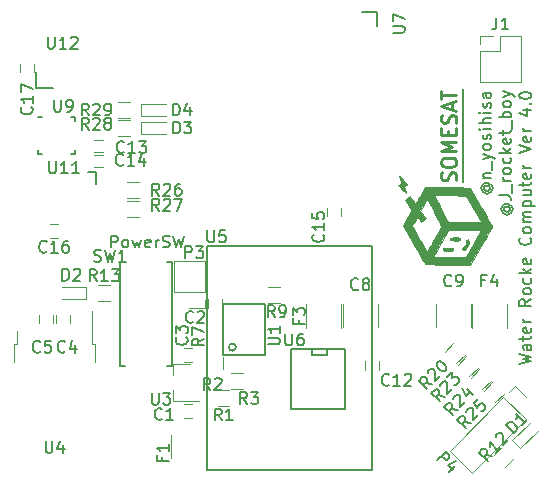
<source format=gto>
G04 #@! TF.FileFunction,Legend,Top*
%FSLAX46Y46*%
G04 Gerber Fmt 4.6, Leading zero omitted, Abs format (unit mm)*
G04 Created by KiCad (PCBNEW 4.0.6) date 07/07/17 15:20:00*
%MOMM*%
%LPD*%
G01*
G04 APERTURE LIST*
%ADD10C,0.100000*%
%ADD11C,0.200000*%
%ADD12C,0.250000*%
%ADD13C,0.150000*%
%ADD14C,0.120000*%
%ADD15C,0.010000*%
G04 APERTURE END LIST*
D10*
D11*
X68072000Y-37338000D02*
X68072000Y-45212000D01*
D12*
X67455190Y-45081357D02*
X67517095Y-44909928D01*
X67517095Y-44624214D01*
X67455190Y-44509928D01*
X67393286Y-44452785D01*
X67269476Y-44395642D01*
X67145667Y-44395642D01*
X67021857Y-44452785D01*
X66959952Y-44509928D01*
X66898048Y-44624214D01*
X66836143Y-44852785D01*
X66774238Y-44967071D01*
X66712333Y-45024214D01*
X66588524Y-45081357D01*
X66464714Y-45081357D01*
X66340905Y-45024214D01*
X66279000Y-44967071D01*
X66217095Y-44852785D01*
X66217095Y-44567071D01*
X66279000Y-44395642D01*
X66217095Y-43652785D02*
X66217095Y-43424214D01*
X66279000Y-43309928D01*
X66402810Y-43195642D01*
X66650429Y-43138500D01*
X67083762Y-43138500D01*
X67331381Y-43195642D01*
X67455190Y-43309928D01*
X67517095Y-43424214D01*
X67517095Y-43652785D01*
X67455190Y-43767071D01*
X67331381Y-43881357D01*
X67083762Y-43938500D01*
X66650429Y-43938500D01*
X66402810Y-43881357D01*
X66279000Y-43767071D01*
X66217095Y-43652785D01*
X67517095Y-42624214D02*
X66217095Y-42624214D01*
X67145667Y-42224214D01*
X66217095Y-41824214D01*
X67517095Y-41824214D01*
X66836143Y-41252785D02*
X66836143Y-40852785D01*
X67517095Y-40681356D02*
X67517095Y-41252785D01*
X66217095Y-41252785D01*
X66217095Y-40681356D01*
X67455190Y-40224214D02*
X67517095Y-40052785D01*
X67517095Y-39767071D01*
X67455190Y-39652785D01*
X67393286Y-39595642D01*
X67269476Y-39538499D01*
X67145667Y-39538499D01*
X67021857Y-39595642D01*
X66959952Y-39652785D01*
X66898048Y-39767071D01*
X66836143Y-39995642D01*
X66774238Y-40109928D01*
X66712333Y-40167071D01*
X66588524Y-40224214D01*
X66464714Y-40224214D01*
X66340905Y-40167071D01*
X66279000Y-40109928D01*
X66217095Y-39995642D01*
X66217095Y-39709928D01*
X66279000Y-39538499D01*
X67145667Y-39081357D02*
X67145667Y-38509928D01*
X67517095Y-39195642D02*
X66217095Y-38795642D01*
X67517095Y-38395642D01*
X66217095Y-38167071D02*
X66217095Y-37481357D01*
X67517095Y-37824214D02*
X66217095Y-37824214D01*
D11*
X69967690Y-45544357D02*
X69920071Y-45591976D01*
X69872452Y-45687214D01*
X69872452Y-45782452D01*
X69920071Y-45877690D01*
X69967690Y-45925310D01*
X70062929Y-45972929D01*
X70158167Y-45972929D01*
X70253405Y-45925310D01*
X70301024Y-45877690D01*
X70348643Y-45782452D01*
X70348643Y-45687214D01*
X70301024Y-45591976D01*
X70253405Y-45544357D01*
X69872452Y-45544357D02*
X70253405Y-45544357D01*
X70301024Y-45496738D01*
X70301024Y-45449119D01*
X70253405Y-45353881D01*
X70158167Y-45306262D01*
X69920071Y-45306262D01*
X69777214Y-45401500D01*
X69681976Y-45544357D01*
X69634357Y-45734833D01*
X69681976Y-45925310D01*
X69777214Y-46068167D01*
X69920071Y-46163405D01*
X70110548Y-46211024D01*
X70301024Y-46163405D01*
X70443881Y-46068167D01*
X70539119Y-45925310D01*
X70586738Y-45734833D01*
X70539119Y-45544357D01*
X70443881Y-45401500D01*
X69777214Y-44877691D02*
X70443881Y-44877691D01*
X69872452Y-44877691D02*
X69824833Y-44830072D01*
X69777214Y-44734834D01*
X69777214Y-44591976D01*
X69824833Y-44496738D01*
X69920071Y-44449119D01*
X70443881Y-44449119D01*
X70539119Y-44211024D02*
X70539119Y-43449119D01*
X69777214Y-43306262D02*
X70443881Y-43068167D01*
X69777214Y-42830071D02*
X70443881Y-43068167D01*
X70681976Y-43163405D01*
X70729595Y-43211024D01*
X70777214Y-43306262D01*
X70443881Y-42306262D02*
X70396262Y-42401500D01*
X70348643Y-42449119D01*
X70253405Y-42496738D01*
X69967690Y-42496738D01*
X69872452Y-42449119D01*
X69824833Y-42401500D01*
X69777214Y-42306262D01*
X69777214Y-42163404D01*
X69824833Y-42068166D01*
X69872452Y-42020547D01*
X69967690Y-41972928D01*
X70253405Y-41972928D01*
X70348643Y-42020547D01*
X70396262Y-42068166D01*
X70443881Y-42163404D01*
X70443881Y-42306262D01*
X70396262Y-41591976D02*
X70443881Y-41496738D01*
X70443881Y-41306262D01*
X70396262Y-41211023D01*
X70301024Y-41163404D01*
X70253405Y-41163404D01*
X70158167Y-41211023D01*
X70110548Y-41306262D01*
X70110548Y-41449119D01*
X70062929Y-41544357D01*
X69967690Y-41591976D01*
X69920071Y-41591976D01*
X69824833Y-41544357D01*
X69777214Y-41449119D01*
X69777214Y-41306262D01*
X69824833Y-41211023D01*
X70443881Y-40734833D02*
X69777214Y-40734833D01*
X69443881Y-40734833D02*
X69491500Y-40782452D01*
X69539119Y-40734833D01*
X69491500Y-40687214D01*
X69443881Y-40734833D01*
X69539119Y-40734833D01*
X70443881Y-40258643D02*
X69443881Y-40258643D01*
X70443881Y-39830071D02*
X69920071Y-39830071D01*
X69824833Y-39877690D01*
X69777214Y-39972928D01*
X69777214Y-40115786D01*
X69824833Y-40211024D01*
X69872452Y-40258643D01*
X70443881Y-39353881D02*
X69777214Y-39353881D01*
X69443881Y-39353881D02*
X69491500Y-39401500D01*
X69539119Y-39353881D01*
X69491500Y-39306262D01*
X69443881Y-39353881D01*
X69539119Y-39353881D01*
X70396262Y-38925310D02*
X70443881Y-38830072D01*
X70443881Y-38639596D01*
X70396262Y-38544357D01*
X70301024Y-38496738D01*
X70253405Y-38496738D01*
X70158167Y-38544357D01*
X70110548Y-38639596D01*
X70110548Y-38782453D01*
X70062929Y-38877691D01*
X69967690Y-38925310D01*
X69920071Y-38925310D01*
X69824833Y-38877691D01*
X69777214Y-38782453D01*
X69777214Y-38639596D01*
X69824833Y-38544357D01*
X70443881Y-37639595D02*
X69920071Y-37639595D01*
X69824833Y-37687214D01*
X69777214Y-37782452D01*
X69777214Y-37972929D01*
X69824833Y-38068167D01*
X70396262Y-37639595D02*
X70443881Y-37734833D01*
X70443881Y-37972929D01*
X70396262Y-38068167D01*
X70301024Y-38115786D01*
X70205786Y-38115786D01*
X70110548Y-38068167D01*
X70062929Y-37972929D01*
X70062929Y-37734833D01*
X70015310Y-37639595D01*
X71667690Y-47306264D02*
X71620071Y-47353883D01*
X71572452Y-47449121D01*
X71572452Y-47544359D01*
X71620071Y-47639597D01*
X71667690Y-47687217D01*
X71762929Y-47734836D01*
X71858167Y-47734836D01*
X71953405Y-47687217D01*
X72001024Y-47639597D01*
X72048643Y-47544359D01*
X72048643Y-47449121D01*
X72001024Y-47353883D01*
X71953405Y-47306264D01*
X71572452Y-47306264D02*
X71953405Y-47306264D01*
X72001024Y-47258645D01*
X72001024Y-47211026D01*
X71953405Y-47115788D01*
X71858167Y-47068169D01*
X71620071Y-47068169D01*
X71477214Y-47163407D01*
X71381976Y-47306264D01*
X71334357Y-47496740D01*
X71381976Y-47687217D01*
X71477214Y-47830074D01*
X71620071Y-47925312D01*
X71810548Y-47972931D01*
X72001024Y-47925312D01*
X72143881Y-47830074D01*
X72239119Y-47687217D01*
X72286738Y-47496740D01*
X72239119Y-47306264D01*
X72143881Y-47163407D01*
X71143881Y-46353883D02*
X71858167Y-46353883D01*
X72001024Y-46401503D01*
X72096262Y-46496741D01*
X72143881Y-46639598D01*
X72143881Y-46734836D01*
X72239119Y-46115788D02*
X72239119Y-45353883D01*
X72143881Y-45115788D02*
X71477214Y-45115788D01*
X71667690Y-45115788D02*
X71572452Y-45068169D01*
X71524833Y-45020550D01*
X71477214Y-44925312D01*
X71477214Y-44830073D01*
X72143881Y-44353883D02*
X72096262Y-44449121D01*
X72048643Y-44496740D01*
X71953405Y-44544359D01*
X71667690Y-44544359D01*
X71572452Y-44496740D01*
X71524833Y-44449121D01*
X71477214Y-44353883D01*
X71477214Y-44211025D01*
X71524833Y-44115787D01*
X71572452Y-44068168D01*
X71667690Y-44020549D01*
X71953405Y-44020549D01*
X72048643Y-44068168D01*
X72096262Y-44115787D01*
X72143881Y-44211025D01*
X72143881Y-44353883D01*
X72096262Y-43163406D02*
X72143881Y-43258644D01*
X72143881Y-43449121D01*
X72096262Y-43544359D01*
X72048643Y-43591978D01*
X71953405Y-43639597D01*
X71667690Y-43639597D01*
X71572452Y-43591978D01*
X71524833Y-43544359D01*
X71477214Y-43449121D01*
X71477214Y-43258644D01*
X71524833Y-43163406D01*
X72143881Y-42734835D02*
X71143881Y-42734835D01*
X71762929Y-42639597D02*
X72143881Y-42353882D01*
X71477214Y-42353882D02*
X71858167Y-42734835D01*
X72096262Y-41544358D02*
X72143881Y-41639596D01*
X72143881Y-41830073D01*
X72096262Y-41925311D01*
X72001024Y-41972930D01*
X71620071Y-41972930D01*
X71524833Y-41925311D01*
X71477214Y-41830073D01*
X71477214Y-41639596D01*
X71524833Y-41544358D01*
X71620071Y-41496739D01*
X71715310Y-41496739D01*
X71810548Y-41972930D01*
X71477214Y-41211025D02*
X71477214Y-40830073D01*
X71143881Y-41068168D02*
X72001024Y-41068168D01*
X72096262Y-41020549D01*
X72143881Y-40925311D01*
X72143881Y-40830073D01*
X72239119Y-40734834D02*
X72239119Y-39972929D01*
X72143881Y-39734834D02*
X71143881Y-39734834D01*
X71524833Y-39734834D02*
X71477214Y-39639596D01*
X71477214Y-39449119D01*
X71524833Y-39353881D01*
X71572452Y-39306262D01*
X71667690Y-39258643D01*
X71953405Y-39258643D01*
X72048643Y-39306262D01*
X72096262Y-39353881D01*
X72143881Y-39449119D01*
X72143881Y-39639596D01*
X72096262Y-39734834D01*
X72143881Y-38687215D02*
X72096262Y-38782453D01*
X72048643Y-38830072D01*
X71953405Y-38877691D01*
X71667690Y-38877691D01*
X71572452Y-38830072D01*
X71524833Y-38782453D01*
X71477214Y-38687215D01*
X71477214Y-38544357D01*
X71524833Y-38449119D01*
X71572452Y-38401500D01*
X71667690Y-38353881D01*
X71953405Y-38353881D01*
X72048643Y-38401500D01*
X72096262Y-38449119D01*
X72143881Y-38544357D01*
X72143881Y-38687215D01*
X71477214Y-38020548D02*
X72143881Y-37782453D01*
X71477214Y-37544357D02*
X72143881Y-37782453D01*
X72381976Y-37877691D01*
X72429595Y-37925310D01*
X72477214Y-38020548D01*
X72843881Y-60639599D02*
X73843881Y-60401504D01*
X73129595Y-60211027D01*
X73843881Y-60020551D01*
X72843881Y-59782456D01*
X73843881Y-58972932D02*
X73320071Y-58972932D01*
X73224833Y-59020551D01*
X73177214Y-59115789D01*
X73177214Y-59306266D01*
X73224833Y-59401504D01*
X73796262Y-58972932D02*
X73843881Y-59068170D01*
X73843881Y-59306266D01*
X73796262Y-59401504D01*
X73701024Y-59449123D01*
X73605786Y-59449123D01*
X73510548Y-59401504D01*
X73462929Y-59306266D01*
X73462929Y-59068170D01*
X73415310Y-58972932D01*
X73177214Y-58639599D02*
X73177214Y-58258647D01*
X72843881Y-58496742D02*
X73701024Y-58496742D01*
X73796262Y-58449123D01*
X73843881Y-58353885D01*
X73843881Y-58258647D01*
X73796262Y-57544360D02*
X73843881Y-57639598D01*
X73843881Y-57830075D01*
X73796262Y-57925313D01*
X73701024Y-57972932D01*
X73320071Y-57972932D01*
X73224833Y-57925313D01*
X73177214Y-57830075D01*
X73177214Y-57639598D01*
X73224833Y-57544360D01*
X73320071Y-57496741D01*
X73415310Y-57496741D01*
X73510548Y-57972932D01*
X73843881Y-57068170D02*
X73177214Y-57068170D01*
X73367690Y-57068170D02*
X73272452Y-57020551D01*
X73224833Y-56972932D01*
X73177214Y-56877694D01*
X73177214Y-56782455D01*
X73843881Y-55115788D02*
X73367690Y-55449122D01*
X73843881Y-55687217D02*
X72843881Y-55687217D01*
X72843881Y-55306264D01*
X72891500Y-55211026D01*
X72939119Y-55163407D01*
X73034357Y-55115788D01*
X73177214Y-55115788D01*
X73272452Y-55163407D01*
X73320071Y-55211026D01*
X73367690Y-55306264D01*
X73367690Y-55687217D01*
X73843881Y-54544360D02*
X73796262Y-54639598D01*
X73748643Y-54687217D01*
X73653405Y-54734836D01*
X73367690Y-54734836D01*
X73272452Y-54687217D01*
X73224833Y-54639598D01*
X73177214Y-54544360D01*
X73177214Y-54401502D01*
X73224833Y-54306264D01*
X73272452Y-54258645D01*
X73367690Y-54211026D01*
X73653405Y-54211026D01*
X73748643Y-54258645D01*
X73796262Y-54306264D01*
X73843881Y-54401502D01*
X73843881Y-54544360D01*
X73796262Y-53353883D02*
X73843881Y-53449121D01*
X73843881Y-53639598D01*
X73796262Y-53734836D01*
X73748643Y-53782455D01*
X73653405Y-53830074D01*
X73367690Y-53830074D01*
X73272452Y-53782455D01*
X73224833Y-53734836D01*
X73177214Y-53639598D01*
X73177214Y-53449121D01*
X73224833Y-53353883D01*
X73843881Y-52925312D02*
X72843881Y-52925312D01*
X73462929Y-52830074D02*
X73843881Y-52544359D01*
X73177214Y-52544359D02*
X73558167Y-52925312D01*
X73796262Y-51734835D02*
X73843881Y-51830073D01*
X73843881Y-52020550D01*
X73796262Y-52115788D01*
X73701024Y-52163407D01*
X73320071Y-52163407D01*
X73224833Y-52115788D01*
X73177214Y-52020550D01*
X73177214Y-51830073D01*
X73224833Y-51734835D01*
X73320071Y-51687216D01*
X73415310Y-51687216D01*
X73510548Y-52163407D01*
X73748643Y-49925311D02*
X73796262Y-49972930D01*
X73843881Y-50115787D01*
X73843881Y-50211025D01*
X73796262Y-50353883D01*
X73701024Y-50449121D01*
X73605786Y-50496740D01*
X73415310Y-50544359D01*
X73272452Y-50544359D01*
X73081976Y-50496740D01*
X72986738Y-50449121D01*
X72891500Y-50353883D01*
X72843881Y-50211025D01*
X72843881Y-50115787D01*
X72891500Y-49972930D01*
X72939119Y-49925311D01*
X73843881Y-49353883D02*
X73796262Y-49449121D01*
X73748643Y-49496740D01*
X73653405Y-49544359D01*
X73367690Y-49544359D01*
X73272452Y-49496740D01*
X73224833Y-49449121D01*
X73177214Y-49353883D01*
X73177214Y-49211025D01*
X73224833Y-49115787D01*
X73272452Y-49068168D01*
X73367690Y-49020549D01*
X73653405Y-49020549D01*
X73748643Y-49068168D01*
X73796262Y-49115787D01*
X73843881Y-49211025D01*
X73843881Y-49353883D01*
X73843881Y-48591978D02*
X73177214Y-48591978D01*
X73272452Y-48591978D02*
X73224833Y-48544359D01*
X73177214Y-48449121D01*
X73177214Y-48306263D01*
X73224833Y-48211025D01*
X73320071Y-48163406D01*
X73843881Y-48163406D01*
X73320071Y-48163406D02*
X73224833Y-48115787D01*
X73177214Y-48020549D01*
X73177214Y-47877692D01*
X73224833Y-47782454D01*
X73320071Y-47734835D01*
X73843881Y-47734835D01*
X73177214Y-47258645D02*
X74177214Y-47258645D01*
X73224833Y-47258645D02*
X73177214Y-47163407D01*
X73177214Y-46972930D01*
X73224833Y-46877692D01*
X73272452Y-46830073D01*
X73367690Y-46782454D01*
X73653405Y-46782454D01*
X73748643Y-46830073D01*
X73796262Y-46877692D01*
X73843881Y-46972930D01*
X73843881Y-47163407D01*
X73796262Y-47258645D01*
X73177214Y-45925311D02*
X73843881Y-45925311D01*
X73177214Y-46353883D02*
X73701024Y-46353883D01*
X73796262Y-46306264D01*
X73843881Y-46211026D01*
X73843881Y-46068168D01*
X73796262Y-45972930D01*
X73748643Y-45925311D01*
X73177214Y-45591978D02*
X73177214Y-45211026D01*
X72843881Y-45449121D02*
X73701024Y-45449121D01*
X73796262Y-45401502D01*
X73843881Y-45306264D01*
X73843881Y-45211026D01*
X73796262Y-44496739D02*
X73843881Y-44591977D01*
X73843881Y-44782454D01*
X73796262Y-44877692D01*
X73701024Y-44925311D01*
X73320071Y-44925311D01*
X73224833Y-44877692D01*
X73177214Y-44782454D01*
X73177214Y-44591977D01*
X73224833Y-44496739D01*
X73320071Y-44449120D01*
X73415310Y-44449120D01*
X73510548Y-44925311D01*
X73843881Y-44020549D02*
X73177214Y-44020549D01*
X73367690Y-44020549D02*
X73272452Y-43972930D01*
X73224833Y-43925311D01*
X73177214Y-43830073D01*
X73177214Y-43734834D01*
X72843881Y-42782453D02*
X73843881Y-42449120D01*
X72843881Y-42115786D01*
X73796262Y-41401500D02*
X73843881Y-41496738D01*
X73843881Y-41687215D01*
X73796262Y-41782453D01*
X73701024Y-41830072D01*
X73320071Y-41830072D01*
X73224833Y-41782453D01*
X73177214Y-41687215D01*
X73177214Y-41496738D01*
X73224833Y-41401500D01*
X73320071Y-41353881D01*
X73415310Y-41353881D01*
X73510548Y-41830072D01*
X73843881Y-40925310D02*
X73177214Y-40925310D01*
X73367690Y-40925310D02*
X73272452Y-40877691D01*
X73224833Y-40830072D01*
X73177214Y-40734834D01*
X73177214Y-40639595D01*
X73177214Y-39115785D02*
X73843881Y-39115785D01*
X72796262Y-39353881D02*
X73510548Y-39591976D01*
X73510548Y-38972928D01*
X73748643Y-38591976D02*
X73796262Y-38544357D01*
X73843881Y-38591976D01*
X73796262Y-38639595D01*
X73748643Y-38591976D01*
X73843881Y-38591976D01*
X72843881Y-37925310D02*
X72843881Y-37830071D01*
X72891500Y-37734833D01*
X72939119Y-37687214D01*
X73034357Y-37639595D01*
X73224833Y-37591976D01*
X73462929Y-37591976D01*
X73653405Y-37639595D01*
X73748643Y-37687214D01*
X73796262Y-37734833D01*
X73843881Y-37830071D01*
X73843881Y-37925310D01*
X73796262Y-38020548D01*
X73748643Y-38068167D01*
X73653405Y-38115786D01*
X73462929Y-38163405D01*
X73224833Y-38163405D01*
X73034357Y-38115786D01*
X72939119Y-38068167D01*
X72891500Y-38020548D01*
X72843881Y-37925310D01*
D13*
X48850000Y-59200000D02*
G75*
G03X48850000Y-59200000I-300000J0D01*
G01*
X47800000Y-55500000D02*
X47800000Y-59900000D01*
X51300000Y-55500000D02*
X47800000Y-55500000D01*
X51300000Y-59900000D02*
X51300000Y-55500000D01*
X47800000Y-59900000D02*
X51300000Y-59900000D01*
X36990000Y-44355000D02*
X36990000Y-45355000D01*
X36290000Y-44355000D02*
X36990000Y-44355000D01*
D14*
X46230000Y-54535000D02*
X46230000Y-51935000D01*
X46230000Y-51935000D02*
X43570000Y-51935000D01*
X43570000Y-51935000D02*
X43570000Y-54535000D01*
X43570000Y-54535000D02*
X46230000Y-54535000D01*
X46230000Y-55170000D02*
X46230000Y-55865000D01*
X46230000Y-55865000D02*
X44900000Y-55865000D01*
X45150000Y-65200000D02*
X44450000Y-65200000D01*
X44450000Y-64000000D02*
X45150000Y-64000000D01*
X47650000Y-55150000D02*
X47650000Y-55850000D01*
X46450000Y-55850000D02*
X46450000Y-55150000D01*
X45150000Y-60450000D02*
X44450000Y-60450000D01*
X44450000Y-59250000D02*
X45150000Y-59250000D01*
X34800000Y-56450000D02*
X34800000Y-57150000D01*
X33600000Y-57150000D02*
X33600000Y-56450000D01*
X33400000Y-56450000D02*
X33400000Y-57150000D01*
X32200000Y-57150000D02*
X32200000Y-56450000D01*
X57920000Y-55525000D02*
X57920000Y-57525000D01*
X60880000Y-57525000D02*
X60880000Y-55525000D01*
X65770000Y-55500000D02*
X65770000Y-57500000D01*
X68730000Y-57500000D02*
X68730000Y-55500000D01*
X60950000Y-60400000D02*
X60950000Y-61100000D01*
X59750000Y-61100000D02*
X59750000Y-60400000D01*
X72227208Y-67065685D02*
X72934315Y-67772792D01*
X72934315Y-67772792D02*
X74419239Y-66287868D01*
X72227208Y-67065685D02*
X73712132Y-65580761D01*
X36200000Y-55100000D02*
X36200000Y-54100000D01*
X36200000Y-54100000D02*
X34100000Y-54100000D01*
X36200000Y-55100000D02*
X34100000Y-55100000D01*
X46330000Y-66600000D02*
X46330000Y-68600000D01*
X43370000Y-68600000D02*
X43370000Y-66600000D01*
X54820000Y-57575000D02*
X54820000Y-55575000D01*
X57780000Y-55575000D02*
X57780000Y-57575000D01*
X68845000Y-57550000D02*
X68845000Y-55550000D01*
X71805000Y-55550000D02*
X71805000Y-57550000D01*
X71504612Y-63414484D02*
X66972058Y-67947038D01*
X66972058Y-67947038D02*
X68852962Y-69827942D01*
X68852962Y-69827942D02*
X73385516Y-65295388D01*
X73385516Y-65295388D02*
X71504612Y-63414484D01*
X71953625Y-62965471D02*
X72445064Y-62474032D01*
X72445064Y-62474032D02*
X73385516Y-63414484D01*
X47300000Y-62820000D02*
X48300000Y-62820000D01*
X48300000Y-64180000D02*
X47300000Y-64180000D01*
X47730000Y-60050000D02*
X47730000Y-61050000D01*
X46370000Y-61050000D02*
X46370000Y-60050000D01*
X49450000Y-62780000D02*
X48450000Y-62780000D01*
X48450000Y-61420000D02*
X49450000Y-61420000D01*
X46370000Y-58600000D02*
X46370000Y-57600000D01*
X47730000Y-57600000D02*
X47730000Y-58600000D01*
X52600000Y-55430000D02*
X51600000Y-55430000D01*
X51600000Y-54070000D02*
X52600000Y-54070000D01*
X70695944Y-68342391D02*
X71403051Y-67635284D01*
X72364716Y-68596949D02*
X71657609Y-69304056D01*
X38200000Y-55280000D02*
X37200000Y-55280000D01*
X37200000Y-53920000D02*
X38200000Y-53920000D01*
X66565614Y-59572721D02*
X67272721Y-58865614D01*
X68234386Y-59827279D02*
X67527279Y-60534386D01*
X67665614Y-60672721D02*
X68372721Y-59965614D01*
X69334386Y-60927279D02*
X68627279Y-61634386D01*
X68765614Y-61772721D02*
X69472721Y-61065614D01*
X70434386Y-62027279D02*
X69727279Y-62734386D01*
X43540000Y-60620000D02*
X43540000Y-61550000D01*
X43540000Y-63780000D02*
X43540000Y-62850000D01*
X43540000Y-63780000D02*
X45700000Y-63780000D01*
X43540000Y-60620000D02*
X45000000Y-60620000D01*
D13*
X46400000Y-69600000D02*
X46400000Y-50600000D01*
X60400000Y-69600000D02*
X46400000Y-69600000D01*
X60400000Y-50600000D02*
X60400000Y-69600000D01*
X46400000Y-50600000D02*
X60400000Y-50600000D01*
X58086000Y-59360000D02*
X58086000Y-64440000D01*
X58086000Y-64440000D02*
X53514000Y-64440000D01*
X53514000Y-64440000D02*
X53514000Y-59360000D01*
X53514000Y-59360000D02*
X58086000Y-59360000D01*
X56562000Y-59360000D02*
X56562000Y-59868000D01*
X56562000Y-59868000D02*
X55292000Y-59868000D01*
X55292000Y-59868000D02*
X55292000Y-59360000D01*
X43000000Y-51950000D02*
X43450000Y-51950000D01*
X43450000Y-51950000D02*
X43450000Y-60750000D01*
X43450000Y-60750000D02*
X43000000Y-60750000D01*
X39500000Y-60750000D02*
X39050000Y-60750000D01*
X39050000Y-60750000D02*
X39050000Y-51950000D01*
X39050000Y-51950000D02*
X39500000Y-51950000D01*
D14*
X69865614Y-62872721D02*
X70572721Y-62165614D01*
X71534386Y-63127279D02*
X70827279Y-63834386D01*
X36950000Y-60430000D02*
X36950000Y-58930000D01*
X36950000Y-58930000D02*
X36680000Y-58930000D01*
X36680000Y-58930000D02*
X36680000Y-56100000D01*
X30050000Y-60430000D02*
X30050000Y-58930000D01*
X30050000Y-58930000D02*
X30320000Y-58930000D01*
X30320000Y-58930000D02*
X30320000Y-57830000D01*
X36861000Y-41691000D02*
X37561000Y-41691000D01*
X37561000Y-42891000D02*
X36861000Y-42891000D01*
X36861000Y-42707000D02*
X37561000Y-42707000D01*
X37561000Y-43907000D02*
X36861000Y-43907000D01*
X57750000Y-47390000D02*
X57750000Y-48090000D01*
X56550000Y-48090000D02*
X56550000Y-47390000D01*
X33114500Y-48739500D02*
X33814500Y-48739500D01*
X33814500Y-49939500D02*
X33114500Y-49939500D01*
X30578500Y-35910000D02*
X30578500Y-35210000D01*
X31778500Y-35210000D02*
X31778500Y-35910000D01*
X39632000Y-45230500D02*
X40632000Y-45230500D01*
X40632000Y-46590500D02*
X39632000Y-46590500D01*
X39644000Y-46818000D02*
X40644000Y-46818000D01*
X40644000Y-48178000D02*
X39644000Y-48178000D01*
D13*
X60833000Y-32004000D02*
X60833000Y-30861000D01*
X60833000Y-30861000D02*
X59563000Y-30861000D01*
X32055000Y-42875000D02*
X32055000Y-42475000D01*
X32055000Y-42875000D02*
X32455000Y-42875000D01*
X35255000Y-42875000D02*
X35255000Y-42475000D01*
X35255000Y-42875000D02*
X34855000Y-42875000D01*
X35255000Y-39675000D02*
X35255000Y-40075000D01*
X35255000Y-39675000D02*
X34855000Y-39675000D01*
X32055000Y-39675000D02*
X32455000Y-39675000D01*
X31955000Y-37260000D02*
X33355000Y-37260000D01*
X31955000Y-35860000D02*
X31955000Y-37260000D01*
D14*
X69482000Y-34163000D02*
X69482000Y-36763000D01*
X69482000Y-36763000D02*
X73012000Y-36763000D01*
X73012000Y-36763000D02*
X73012000Y-32833000D01*
X73012000Y-32833000D02*
X71247000Y-32833000D01*
X71247000Y-32833000D02*
X71247000Y-34163000D01*
X71247000Y-34163000D02*
X69482000Y-34163000D01*
X69482000Y-33528000D02*
X69482000Y-32833000D01*
X69482000Y-32833000D02*
X70612000Y-32833000D01*
D15*
G36*
X63012056Y-48852728D02*
X63064342Y-48750515D01*
X63144300Y-48603793D01*
X63245761Y-48423874D01*
X63362557Y-48222073D01*
X63364803Y-48218241D01*
X63480861Y-48016062D01*
X63580160Y-47835107D01*
X63656833Y-47686738D01*
X63705012Y-47582318D01*
X63718831Y-47533211D01*
X63718703Y-47532836D01*
X63689029Y-47483341D01*
X63622532Y-47385715D01*
X63529256Y-47254369D01*
X63426077Y-47112958D01*
X63152351Y-46742337D01*
X63368243Y-46579337D01*
X63476740Y-46500320D01*
X63557938Y-46446636D01*
X63595109Y-46429304D01*
X63595549Y-46429630D01*
X63621730Y-46465185D01*
X63682679Y-46549769D01*
X63767859Y-46668730D01*
X63822559Y-46745380D01*
X63932814Y-46893355D01*
X64009245Y-46979062D01*
X64057186Y-47007866D01*
X64075035Y-46999380D01*
X64105484Y-46951774D01*
X64168479Y-46847841D01*
X64257312Y-46698836D01*
X64365277Y-46516014D01*
X64485668Y-46310629D01*
X64497610Y-46290177D01*
X64883304Y-45629432D01*
X66448345Y-45655008D01*
X66806054Y-45660720D01*
X67152313Y-45665996D01*
X67476325Y-45670691D01*
X67767291Y-45674657D01*
X68014413Y-45677750D01*
X68206894Y-45679822D01*
X68333936Y-45680726D01*
X68348744Y-45680754D01*
X68684102Y-45680923D01*
X69628513Y-47315606D01*
X69816736Y-47642247D01*
X69992321Y-47948594D01*
X70151498Y-48227950D01*
X70290496Y-48473621D01*
X70405544Y-48678912D01*
X70492874Y-48837129D01*
X70548713Y-48941576D01*
X70569293Y-48985559D01*
X70569322Y-48986144D01*
X70549270Y-49026025D01*
X70493204Y-49126374D01*
X70405029Y-49280465D01*
X70288652Y-49481576D01*
X70147977Y-49722984D01*
X69986910Y-49997965D01*
X69809357Y-50299796D01*
X69621707Y-50617551D01*
X68677693Y-52213103D01*
X66899693Y-52208123D01*
X66529402Y-52206472D01*
X66359922Y-52205147D01*
X66359922Y-51536389D01*
X66679792Y-51534971D01*
X66939582Y-51533197D01*
X68316836Y-51522923D01*
X68969434Y-50409230D01*
X69622031Y-49295538D01*
X68252997Y-49285260D01*
X67869751Y-49283003D01*
X67558195Y-49282675D01*
X67311884Y-49284453D01*
X67124374Y-49288516D01*
X66989221Y-49295041D01*
X66899979Y-49304207D01*
X66850205Y-49316191D01*
X66837036Y-49324337D01*
X66827685Y-49338279D01*
X66827685Y-48611692D01*
X68214149Y-48611692D01*
X68533727Y-48610899D01*
X68826444Y-48608643D01*
X69083648Y-48605109D01*
X69296692Y-48600482D01*
X69456923Y-48594947D01*
X69555693Y-48588689D01*
X69584810Y-48582384D01*
X69562120Y-48542580D01*
X69505120Y-48443324D01*
X69418556Y-48292859D01*
X69307172Y-48099427D01*
X69175716Y-47871271D01*
X69028932Y-47616634D01*
X68935918Y-47455331D01*
X68302828Y-46357586D01*
X66990463Y-46330462D01*
X66678492Y-46324343D01*
X66392375Y-46319361D01*
X66141241Y-46315626D01*
X65934215Y-46313250D01*
X65780426Y-46312340D01*
X65689001Y-46313007D01*
X65666889Y-46314546D01*
X65681350Y-46350682D01*
X65727559Y-46448059D01*
X65801429Y-46598470D01*
X65898870Y-46793702D01*
X66015795Y-47025547D01*
X66148113Y-47285794D01*
X66241683Y-47468723D01*
X66827685Y-48611692D01*
X66827685Y-49338279D01*
X66807552Y-49368297D01*
X66745291Y-49469975D01*
X66656156Y-49619181D01*
X66546052Y-49805723D01*
X66420884Y-50019409D01*
X66286554Y-50250049D01*
X66148967Y-50487450D01*
X66014027Y-50721421D01*
X65887639Y-50941772D01*
X65775705Y-51138310D01*
X65684131Y-51300844D01*
X65618820Y-51419183D01*
X65585677Y-51483135D01*
X65583665Y-51487868D01*
X65587068Y-51502708D01*
X65614577Y-51514520D01*
X65673227Y-51523539D01*
X65770052Y-51530001D01*
X65912087Y-51534139D01*
X66106366Y-51536190D01*
X66359922Y-51536389D01*
X66359922Y-52205147D01*
X66179291Y-52203734D01*
X65857920Y-52200060D01*
X65573854Y-52195601D01*
X65335653Y-52190509D01*
X65151881Y-52184935D01*
X65031100Y-52179029D01*
X65022335Y-52178112D01*
X65022335Y-51073242D01*
X65047632Y-51040726D01*
X65105370Y-50950061D01*
X65189774Y-50811269D01*
X65295069Y-50634375D01*
X65415481Y-50429403D01*
X65545236Y-50206377D01*
X65678558Y-49975320D01*
X65809674Y-49746256D01*
X65932809Y-49529209D01*
X66042188Y-49334203D01*
X66132038Y-49171262D01*
X66196582Y-49050409D01*
X66230048Y-48981669D01*
X66233443Y-48970908D01*
X66216722Y-48924833D01*
X66168391Y-48817946D01*
X66092659Y-48658896D01*
X65993731Y-48456334D01*
X65875815Y-48218911D01*
X65743118Y-47955277D01*
X65659000Y-47789770D01*
X65519304Y-47517035D01*
X65390628Y-47268021D01*
X65277295Y-47050921D01*
X65183628Y-46873929D01*
X65113951Y-46745238D01*
X65072586Y-46673044D01*
X65063077Y-46660247D01*
X65037660Y-46692397D01*
X64980940Y-46780473D01*
X64900313Y-46912502D01*
X64803178Y-47076512D01*
X64759594Y-47151436D01*
X64475649Y-47642101D01*
X64621071Y-47843589D01*
X64715799Y-47974272D01*
X64807305Y-48099599D01*
X64857516Y-48167760D01*
X64948538Y-48290444D01*
X64751875Y-48434808D01*
X64643450Y-48508378D01*
X64557793Y-48555579D01*
X64517818Y-48566125D01*
X64476569Y-48529979D01*
X64405963Y-48448601D01*
X64329928Y-48351001D01*
X64179432Y-48148925D01*
X63977575Y-48494271D01*
X63891971Y-48642193D01*
X63822100Y-48765689D01*
X63776916Y-48848770D01*
X63764859Y-48874036D01*
X63781010Y-48914263D01*
X63830971Y-49011747D01*
X63909126Y-49156663D01*
X64009856Y-49339187D01*
X64127544Y-49549494D01*
X64256574Y-49777762D01*
X64391327Y-50014165D01*
X64526187Y-50248879D01*
X64655537Y-50472081D01*
X64773758Y-50673947D01*
X64875234Y-50844652D01*
X64954348Y-50974372D01*
X65005482Y-51053283D01*
X65022335Y-51073242D01*
X65022335Y-52178112D01*
X64986387Y-52174346D01*
X64953743Y-52165412D01*
X64921525Y-52149280D01*
X64885963Y-52120171D01*
X64843286Y-52072304D01*
X64789725Y-51999902D01*
X64721507Y-51897184D01*
X64634863Y-51758371D01*
X64526022Y-51577684D01*
X64391214Y-51349344D01*
X64226667Y-51067572D01*
X64028612Y-50726588D01*
X63923150Y-50544697D01*
X63736178Y-50221275D01*
X63561736Y-49917861D01*
X63403669Y-49641267D01*
X63265826Y-49398301D01*
X63152052Y-49195773D01*
X63066194Y-49040493D01*
X63012098Y-48939271D01*
X62993610Y-48899118D01*
X63012056Y-48852728D01*
X63012056Y-48852728D01*
G37*
X63012056Y-48852728D02*
X63064342Y-48750515D01*
X63144300Y-48603793D01*
X63245761Y-48423874D01*
X63362557Y-48222073D01*
X63364803Y-48218241D01*
X63480861Y-48016062D01*
X63580160Y-47835107D01*
X63656833Y-47686738D01*
X63705012Y-47582318D01*
X63718831Y-47533211D01*
X63718703Y-47532836D01*
X63689029Y-47483341D01*
X63622532Y-47385715D01*
X63529256Y-47254369D01*
X63426077Y-47112958D01*
X63152351Y-46742337D01*
X63368243Y-46579337D01*
X63476740Y-46500320D01*
X63557938Y-46446636D01*
X63595109Y-46429304D01*
X63595549Y-46429630D01*
X63621730Y-46465185D01*
X63682679Y-46549769D01*
X63767859Y-46668730D01*
X63822559Y-46745380D01*
X63932814Y-46893355D01*
X64009245Y-46979062D01*
X64057186Y-47007866D01*
X64075035Y-46999380D01*
X64105484Y-46951774D01*
X64168479Y-46847841D01*
X64257312Y-46698836D01*
X64365277Y-46516014D01*
X64485668Y-46310629D01*
X64497610Y-46290177D01*
X64883304Y-45629432D01*
X66448345Y-45655008D01*
X66806054Y-45660720D01*
X67152313Y-45665996D01*
X67476325Y-45670691D01*
X67767291Y-45674657D01*
X68014413Y-45677750D01*
X68206894Y-45679822D01*
X68333936Y-45680726D01*
X68348744Y-45680754D01*
X68684102Y-45680923D01*
X69628513Y-47315606D01*
X69816736Y-47642247D01*
X69992321Y-47948594D01*
X70151498Y-48227950D01*
X70290496Y-48473621D01*
X70405544Y-48678912D01*
X70492874Y-48837129D01*
X70548713Y-48941576D01*
X70569293Y-48985559D01*
X70569322Y-48986144D01*
X70549270Y-49026025D01*
X70493204Y-49126374D01*
X70405029Y-49280465D01*
X70288652Y-49481576D01*
X70147977Y-49722984D01*
X69986910Y-49997965D01*
X69809357Y-50299796D01*
X69621707Y-50617551D01*
X68677693Y-52213103D01*
X66899693Y-52208123D01*
X66529402Y-52206472D01*
X66359922Y-52205147D01*
X66359922Y-51536389D01*
X66679792Y-51534971D01*
X66939582Y-51533197D01*
X68316836Y-51522923D01*
X68969434Y-50409230D01*
X69622031Y-49295538D01*
X68252997Y-49285260D01*
X67869751Y-49283003D01*
X67558195Y-49282675D01*
X67311884Y-49284453D01*
X67124374Y-49288516D01*
X66989221Y-49295041D01*
X66899979Y-49304207D01*
X66850205Y-49316191D01*
X66837036Y-49324337D01*
X66827685Y-49338279D01*
X66827685Y-48611692D01*
X68214149Y-48611692D01*
X68533727Y-48610899D01*
X68826444Y-48608643D01*
X69083648Y-48605109D01*
X69296692Y-48600482D01*
X69456923Y-48594947D01*
X69555693Y-48588689D01*
X69584810Y-48582384D01*
X69562120Y-48542580D01*
X69505120Y-48443324D01*
X69418556Y-48292859D01*
X69307172Y-48099427D01*
X69175716Y-47871271D01*
X69028932Y-47616634D01*
X68935918Y-47455331D01*
X68302828Y-46357586D01*
X66990463Y-46330462D01*
X66678492Y-46324343D01*
X66392375Y-46319361D01*
X66141241Y-46315626D01*
X65934215Y-46313250D01*
X65780426Y-46312340D01*
X65689001Y-46313007D01*
X65666889Y-46314546D01*
X65681350Y-46350682D01*
X65727559Y-46448059D01*
X65801429Y-46598470D01*
X65898870Y-46793702D01*
X66015795Y-47025547D01*
X66148113Y-47285794D01*
X66241683Y-47468723D01*
X66827685Y-48611692D01*
X66827685Y-49338279D01*
X66807552Y-49368297D01*
X66745291Y-49469975D01*
X66656156Y-49619181D01*
X66546052Y-49805723D01*
X66420884Y-50019409D01*
X66286554Y-50250049D01*
X66148967Y-50487450D01*
X66014027Y-50721421D01*
X65887639Y-50941772D01*
X65775705Y-51138310D01*
X65684131Y-51300844D01*
X65618820Y-51419183D01*
X65585677Y-51483135D01*
X65583665Y-51487868D01*
X65587068Y-51502708D01*
X65614577Y-51514520D01*
X65673227Y-51523539D01*
X65770052Y-51530001D01*
X65912087Y-51534139D01*
X66106366Y-51536190D01*
X66359922Y-51536389D01*
X66359922Y-52205147D01*
X66179291Y-52203734D01*
X65857920Y-52200060D01*
X65573854Y-52195601D01*
X65335653Y-52190509D01*
X65151881Y-52184935D01*
X65031100Y-52179029D01*
X65022335Y-52178112D01*
X65022335Y-51073242D01*
X65047632Y-51040726D01*
X65105370Y-50950061D01*
X65189774Y-50811269D01*
X65295069Y-50634375D01*
X65415481Y-50429403D01*
X65545236Y-50206377D01*
X65678558Y-49975320D01*
X65809674Y-49746256D01*
X65932809Y-49529209D01*
X66042188Y-49334203D01*
X66132038Y-49171262D01*
X66196582Y-49050409D01*
X66230048Y-48981669D01*
X66233443Y-48970908D01*
X66216722Y-48924833D01*
X66168391Y-48817946D01*
X66092659Y-48658896D01*
X65993731Y-48456334D01*
X65875815Y-48218911D01*
X65743118Y-47955277D01*
X65659000Y-47789770D01*
X65519304Y-47517035D01*
X65390628Y-47268021D01*
X65277295Y-47050921D01*
X65183628Y-46873929D01*
X65113951Y-46745238D01*
X65072586Y-46673044D01*
X65063077Y-46660247D01*
X65037660Y-46692397D01*
X64980940Y-46780473D01*
X64900313Y-46912502D01*
X64803178Y-47076512D01*
X64759594Y-47151436D01*
X64475649Y-47642101D01*
X64621071Y-47843589D01*
X64715799Y-47974272D01*
X64807305Y-48099599D01*
X64857516Y-48167760D01*
X64948538Y-48290444D01*
X64751875Y-48434808D01*
X64643450Y-48508378D01*
X64557793Y-48555579D01*
X64517818Y-48566125D01*
X64476569Y-48529979D01*
X64405963Y-48448601D01*
X64329928Y-48351001D01*
X64179432Y-48148925D01*
X63977575Y-48494271D01*
X63891971Y-48642193D01*
X63822100Y-48765689D01*
X63776916Y-48848770D01*
X63764859Y-48874036D01*
X63781010Y-48914263D01*
X63830971Y-49011747D01*
X63909126Y-49156663D01*
X64009856Y-49339187D01*
X64127544Y-49549494D01*
X64256574Y-49777762D01*
X64391327Y-50014165D01*
X64526187Y-50248879D01*
X64655537Y-50472081D01*
X64773758Y-50673947D01*
X64875234Y-50844652D01*
X64954348Y-50974372D01*
X65005482Y-51053283D01*
X65022335Y-51073242D01*
X65022335Y-52178112D01*
X64986387Y-52174346D01*
X64953743Y-52165412D01*
X64921525Y-52149280D01*
X64885963Y-52120171D01*
X64843286Y-52072304D01*
X64789725Y-51999902D01*
X64721507Y-51897184D01*
X64634863Y-51758371D01*
X64526022Y-51577684D01*
X64391214Y-51349344D01*
X64226667Y-51067572D01*
X64028612Y-50726588D01*
X63923150Y-50544697D01*
X63736178Y-50221275D01*
X63561736Y-49917861D01*
X63403669Y-49641267D01*
X63265826Y-49398301D01*
X63152052Y-49195773D01*
X63066194Y-49040493D01*
X63012098Y-48939271D01*
X62993610Y-48899118D01*
X63012056Y-48852728D01*
G36*
X62632419Y-45442769D02*
X62708503Y-45393112D01*
X62718462Y-45387846D01*
X62797689Y-45340502D01*
X62835224Y-45305531D01*
X62835693Y-45303132D01*
X62825283Y-45256396D01*
X62797854Y-45155709D01*
X62759101Y-45021896D01*
X62754769Y-45007316D01*
X62717519Y-44872797D01*
X62694433Y-44770390D01*
X62689950Y-44720137D01*
X62690835Y-44718601D01*
X62720688Y-44739626D01*
X62790028Y-44805755D01*
X62886408Y-44903691D01*
X62997383Y-45020135D01*
X63110505Y-45141788D01*
X63213328Y-45255352D01*
X63293405Y-45347530D01*
X63338290Y-45405021D01*
X63343693Y-45416138D01*
X63312865Y-45444326D01*
X63236432Y-45491624D01*
X63212913Y-45504584D01*
X63082133Y-45575014D01*
X63173059Y-45869719D01*
X63214052Y-46009446D01*
X63241669Y-46117178D01*
X63251209Y-46174103D01*
X63250193Y-46178217D01*
X63219663Y-46157896D01*
X63150011Y-46092170D01*
X63053657Y-45994387D01*
X62943018Y-45877892D01*
X62830514Y-45756031D01*
X62728564Y-45642150D01*
X62649586Y-45549596D01*
X62606000Y-45491715D01*
X62601231Y-45480798D01*
X62632419Y-45442769D01*
X62632419Y-45442769D01*
G37*
X62632419Y-45442769D02*
X62708503Y-45393112D01*
X62718462Y-45387846D01*
X62797689Y-45340502D01*
X62835224Y-45305531D01*
X62835693Y-45303132D01*
X62825283Y-45256396D01*
X62797854Y-45155709D01*
X62759101Y-45021896D01*
X62754769Y-45007316D01*
X62717519Y-44872797D01*
X62694433Y-44770390D01*
X62689950Y-44720137D01*
X62690835Y-44718601D01*
X62720688Y-44739626D01*
X62790028Y-44805755D01*
X62886408Y-44903691D01*
X62997383Y-45020135D01*
X63110505Y-45141788D01*
X63213328Y-45255352D01*
X63293405Y-45347530D01*
X63338290Y-45405021D01*
X63343693Y-45416138D01*
X63312865Y-45444326D01*
X63236432Y-45491624D01*
X63212913Y-45504584D01*
X63082133Y-45575014D01*
X63173059Y-45869719D01*
X63214052Y-46009446D01*
X63241669Y-46117178D01*
X63251209Y-46174103D01*
X63250193Y-46178217D01*
X63219663Y-46157896D01*
X63150011Y-46092170D01*
X63053657Y-45994387D01*
X62943018Y-45877892D01*
X62830514Y-45756031D01*
X62728564Y-45642150D01*
X62649586Y-45549596D01*
X62606000Y-45491715D01*
X62601231Y-45480798D01*
X62632419Y-45442769D01*
G36*
X68169213Y-50665767D02*
X68266781Y-50565138D01*
X68319247Y-50493717D01*
X68337387Y-50426075D01*
X68331974Y-50336777D01*
X68326386Y-50294802D01*
X68313712Y-50181676D01*
X68321833Y-50123330D01*
X68358910Y-50097419D01*
X68402124Y-50087439D01*
X68474620Y-50080369D01*
X68518437Y-50103928D01*
X68544253Y-50173432D01*
X68562743Y-50304196D01*
X68564508Y-50320376D01*
X68567921Y-50466601D01*
X68535549Y-50577797D01*
X68508944Y-50624153D01*
X68432893Y-50724142D01*
X68331177Y-50836912D01*
X68291189Y-50876551D01*
X68149120Y-51011718D01*
X68067656Y-50930253D01*
X67986191Y-50848789D01*
X68169213Y-50665767D01*
X68169213Y-50665767D01*
G37*
X68169213Y-50665767D02*
X68266781Y-50565138D01*
X68319247Y-50493717D01*
X68337387Y-50426075D01*
X68331974Y-50336777D01*
X68326386Y-50294802D01*
X68313712Y-50181676D01*
X68321833Y-50123330D01*
X68358910Y-50097419D01*
X68402124Y-50087439D01*
X68474620Y-50080369D01*
X68518437Y-50103928D01*
X68544253Y-50173432D01*
X68562743Y-50304196D01*
X68564508Y-50320376D01*
X68567921Y-50466601D01*
X68535549Y-50577797D01*
X68508944Y-50624153D01*
X68432893Y-50724142D01*
X68331177Y-50836912D01*
X68291189Y-50876551D01*
X68149120Y-51011718D01*
X68067656Y-50930253D01*
X67986191Y-50848789D01*
X68169213Y-50665767D01*
G36*
X66975128Y-49963121D02*
X67038455Y-49933357D01*
X67157063Y-49912323D01*
X67308522Y-49900430D01*
X67470404Y-49898092D01*
X67620279Y-49905720D01*
X67735717Y-49923728D01*
X67790647Y-49948123D01*
X67835065Y-50032702D01*
X67801998Y-50114400D01*
X67782859Y-50132426D01*
X67709603Y-50156112D01*
X67565581Y-50167550D01*
X67366921Y-50166518D01*
X67185933Y-50157924D01*
X67068238Y-50143861D01*
X66999020Y-50121515D01*
X66964713Y-50090121D01*
X66946964Y-50013136D01*
X66975128Y-49963121D01*
X66975128Y-49963121D01*
G37*
X66975128Y-49963121D02*
X67038455Y-49933357D01*
X67157063Y-49912323D01*
X67308522Y-49900430D01*
X67470404Y-49898092D01*
X67620279Y-49905720D01*
X67735717Y-49923728D01*
X67790647Y-49948123D01*
X67835065Y-50032702D01*
X67801998Y-50114400D01*
X67782859Y-50132426D01*
X67709603Y-50156112D01*
X67565581Y-50167550D01*
X67366921Y-50166518D01*
X67185933Y-50157924D01*
X67068238Y-50143861D01*
X66999020Y-50121515D01*
X66964713Y-50090121D01*
X66946964Y-50013136D01*
X66975128Y-49963121D01*
G36*
X66364709Y-50863926D02*
X66414169Y-50831956D01*
X66520881Y-50809429D01*
X66664561Y-50796397D01*
X66824929Y-50792909D01*
X66981701Y-50799014D01*
X67114597Y-50814763D01*
X67203333Y-50840205D01*
X67227666Y-50861811D01*
X67248866Y-50951421D01*
X67216309Y-51007430D01*
X67172965Y-51034604D01*
X67097482Y-51053082D01*
X66966819Y-51064259D01*
X66803745Y-51066454D01*
X66757017Y-51065286D01*
X66558380Y-51051401D01*
X66429693Y-51022980D01*
X66363488Y-50976190D01*
X66352296Y-50907198D01*
X66364709Y-50863926D01*
X66364709Y-50863926D01*
G37*
X66364709Y-50863926D02*
X66414169Y-50831956D01*
X66520881Y-50809429D01*
X66664561Y-50796397D01*
X66824929Y-50792909D01*
X66981701Y-50799014D01*
X67114597Y-50814763D01*
X67203333Y-50840205D01*
X67227666Y-50861811D01*
X67248866Y-50951421D01*
X67216309Y-51007430D01*
X67172965Y-51034604D01*
X67097482Y-51053082D01*
X66966819Y-51064259D01*
X66803745Y-51066454D01*
X66757017Y-51065286D01*
X66558380Y-51051401D01*
X66429693Y-51022980D01*
X66363488Y-50976190D01*
X66352296Y-50907198D01*
X66364709Y-50863926D01*
D14*
X40800500Y-40140000D02*
X40800500Y-41140000D01*
X40800500Y-41140000D02*
X42900500Y-41140000D01*
X40800500Y-40140000D02*
X42900500Y-40140000D01*
X40826000Y-38616000D02*
X40826000Y-39616000D01*
X40826000Y-39616000D02*
X42926000Y-39616000D01*
X40826000Y-38616000D02*
X42926000Y-38616000D01*
X38870000Y-39960000D02*
X39870000Y-39960000D01*
X39870000Y-41320000D02*
X38870000Y-41320000D01*
X38870000Y-38436000D02*
X39870000Y-38436000D01*
X39870000Y-39796000D02*
X38870000Y-39796000D01*
D13*
X51552381Y-58961905D02*
X52361905Y-58961905D01*
X52457143Y-58914286D01*
X52504762Y-58866667D01*
X52552381Y-58771429D01*
X52552381Y-58580952D01*
X52504762Y-58485714D01*
X52457143Y-58438095D01*
X52361905Y-58390476D01*
X51552381Y-58390476D01*
X52552381Y-57390476D02*
X52552381Y-57961905D01*
X52552381Y-57676191D02*
X51552381Y-57676191D01*
X51695238Y-57771429D01*
X51790476Y-57866667D01*
X51838095Y-57961905D01*
X33051905Y-43457881D02*
X33051905Y-44267405D01*
X33099524Y-44362643D01*
X33147143Y-44410262D01*
X33242381Y-44457881D01*
X33432858Y-44457881D01*
X33528096Y-44410262D01*
X33575715Y-44362643D01*
X33623334Y-44267405D01*
X33623334Y-43457881D01*
X34623334Y-44457881D02*
X34051905Y-44457881D01*
X34337619Y-44457881D02*
X34337619Y-43457881D01*
X34242381Y-43600738D01*
X34147143Y-43695976D01*
X34051905Y-43743595D01*
X35575715Y-44457881D02*
X35004286Y-44457881D01*
X35290000Y-44457881D02*
X35290000Y-43457881D01*
X35194762Y-43600738D01*
X35099524Y-43695976D01*
X35004286Y-43743595D01*
X44561905Y-51652381D02*
X44561905Y-50652381D01*
X44942858Y-50652381D01*
X45038096Y-50700000D01*
X45085715Y-50747619D01*
X45133334Y-50842857D01*
X45133334Y-50985714D01*
X45085715Y-51080952D01*
X45038096Y-51128571D01*
X44942858Y-51176190D01*
X44561905Y-51176190D01*
X45466667Y-50652381D02*
X46085715Y-50652381D01*
X45752381Y-51033333D01*
X45895239Y-51033333D01*
X45990477Y-51080952D01*
X46038096Y-51128571D01*
X46085715Y-51223810D01*
X46085715Y-51461905D01*
X46038096Y-51557143D01*
X45990477Y-51604762D01*
X45895239Y-51652381D01*
X45609524Y-51652381D01*
X45514286Y-51604762D01*
X45466667Y-51557143D01*
X42583334Y-65257143D02*
X42535715Y-65304762D01*
X42392858Y-65352381D01*
X42297620Y-65352381D01*
X42154762Y-65304762D01*
X42059524Y-65209524D01*
X42011905Y-65114286D01*
X41964286Y-64923810D01*
X41964286Y-64780952D01*
X42011905Y-64590476D01*
X42059524Y-64495238D01*
X42154762Y-64400000D01*
X42297620Y-64352381D01*
X42392858Y-64352381D01*
X42535715Y-64400000D01*
X42583334Y-64447619D01*
X43535715Y-65352381D02*
X42964286Y-65352381D01*
X43250000Y-65352381D02*
X43250000Y-64352381D01*
X43154762Y-64495238D01*
X43059524Y-64590476D01*
X42964286Y-64638095D01*
X45233334Y-57057143D02*
X45185715Y-57104762D01*
X45042858Y-57152381D01*
X44947620Y-57152381D01*
X44804762Y-57104762D01*
X44709524Y-57009524D01*
X44661905Y-56914286D01*
X44614286Y-56723810D01*
X44614286Y-56580952D01*
X44661905Y-56390476D01*
X44709524Y-56295238D01*
X44804762Y-56200000D01*
X44947620Y-56152381D01*
X45042858Y-56152381D01*
X45185715Y-56200000D01*
X45233334Y-56247619D01*
X45614286Y-56247619D02*
X45661905Y-56200000D01*
X45757143Y-56152381D01*
X45995239Y-56152381D01*
X46090477Y-56200000D01*
X46138096Y-56247619D01*
X46185715Y-56342857D01*
X46185715Y-56438095D01*
X46138096Y-56580952D01*
X45566667Y-57152381D01*
X46185715Y-57152381D01*
X44657143Y-58366666D02*
X44704762Y-58414285D01*
X44752381Y-58557142D01*
X44752381Y-58652380D01*
X44704762Y-58795238D01*
X44609524Y-58890476D01*
X44514286Y-58938095D01*
X44323810Y-58985714D01*
X44180952Y-58985714D01*
X43990476Y-58938095D01*
X43895238Y-58890476D01*
X43800000Y-58795238D01*
X43752381Y-58652380D01*
X43752381Y-58557142D01*
X43800000Y-58414285D01*
X43847619Y-58366666D01*
X43752381Y-58033333D02*
X43752381Y-57414285D01*
X44133333Y-57747619D01*
X44133333Y-57604761D01*
X44180952Y-57509523D01*
X44228571Y-57461904D01*
X44323810Y-57414285D01*
X44561905Y-57414285D01*
X44657143Y-57461904D01*
X44704762Y-57509523D01*
X44752381Y-57604761D01*
X44752381Y-57890476D01*
X44704762Y-57985714D01*
X44657143Y-58033333D01*
X34383334Y-59557143D02*
X34335715Y-59604762D01*
X34192858Y-59652381D01*
X34097620Y-59652381D01*
X33954762Y-59604762D01*
X33859524Y-59509524D01*
X33811905Y-59414286D01*
X33764286Y-59223810D01*
X33764286Y-59080952D01*
X33811905Y-58890476D01*
X33859524Y-58795238D01*
X33954762Y-58700000D01*
X34097620Y-58652381D01*
X34192858Y-58652381D01*
X34335715Y-58700000D01*
X34383334Y-58747619D01*
X35240477Y-58985714D02*
X35240477Y-59652381D01*
X35002381Y-58604762D02*
X34764286Y-59319048D01*
X35383334Y-59319048D01*
X32283334Y-59557143D02*
X32235715Y-59604762D01*
X32092858Y-59652381D01*
X31997620Y-59652381D01*
X31854762Y-59604762D01*
X31759524Y-59509524D01*
X31711905Y-59414286D01*
X31664286Y-59223810D01*
X31664286Y-59080952D01*
X31711905Y-58890476D01*
X31759524Y-58795238D01*
X31854762Y-58700000D01*
X31997620Y-58652381D01*
X32092858Y-58652381D01*
X32235715Y-58700000D01*
X32283334Y-58747619D01*
X33188096Y-58652381D02*
X32711905Y-58652381D01*
X32664286Y-59128571D01*
X32711905Y-59080952D01*
X32807143Y-59033333D01*
X33045239Y-59033333D01*
X33140477Y-59080952D01*
X33188096Y-59128571D01*
X33235715Y-59223810D01*
X33235715Y-59461905D01*
X33188096Y-59557143D01*
X33140477Y-59604762D01*
X33045239Y-59652381D01*
X32807143Y-59652381D01*
X32711905Y-59604762D01*
X32664286Y-59557143D01*
X59205834Y-54268643D02*
X59158215Y-54316262D01*
X59015358Y-54363881D01*
X58920120Y-54363881D01*
X58777262Y-54316262D01*
X58682024Y-54221024D01*
X58634405Y-54125786D01*
X58586786Y-53935310D01*
X58586786Y-53792452D01*
X58634405Y-53601976D01*
X58682024Y-53506738D01*
X58777262Y-53411500D01*
X58920120Y-53363881D01*
X59015358Y-53363881D01*
X59158215Y-53411500D01*
X59205834Y-53459119D01*
X59777262Y-53792452D02*
X59682024Y-53744833D01*
X59634405Y-53697214D01*
X59586786Y-53601976D01*
X59586786Y-53554357D01*
X59634405Y-53459119D01*
X59682024Y-53411500D01*
X59777262Y-53363881D01*
X59967739Y-53363881D01*
X60062977Y-53411500D01*
X60110596Y-53459119D01*
X60158215Y-53554357D01*
X60158215Y-53601976D01*
X60110596Y-53697214D01*
X60062977Y-53744833D01*
X59967739Y-53792452D01*
X59777262Y-53792452D01*
X59682024Y-53840071D01*
X59634405Y-53887690D01*
X59586786Y-53982929D01*
X59586786Y-54173405D01*
X59634405Y-54268643D01*
X59682024Y-54316262D01*
X59777262Y-54363881D01*
X59967739Y-54363881D01*
X60062977Y-54316262D01*
X60110596Y-54268643D01*
X60158215Y-54173405D01*
X60158215Y-53982929D01*
X60110596Y-53887690D01*
X60062977Y-53840071D01*
X59967739Y-53792452D01*
X67083334Y-53957143D02*
X67035715Y-54004762D01*
X66892858Y-54052381D01*
X66797620Y-54052381D01*
X66654762Y-54004762D01*
X66559524Y-53909524D01*
X66511905Y-53814286D01*
X66464286Y-53623810D01*
X66464286Y-53480952D01*
X66511905Y-53290476D01*
X66559524Y-53195238D01*
X66654762Y-53100000D01*
X66797620Y-53052381D01*
X66892858Y-53052381D01*
X67035715Y-53100000D01*
X67083334Y-53147619D01*
X67559524Y-54052381D02*
X67750000Y-54052381D01*
X67845239Y-54004762D01*
X67892858Y-53957143D01*
X67988096Y-53814286D01*
X68035715Y-53623810D01*
X68035715Y-53242857D01*
X67988096Y-53147619D01*
X67940477Y-53100000D01*
X67845239Y-53052381D01*
X67654762Y-53052381D01*
X67559524Y-53100000D01*
X67511905Y-53147619D01*
X67464286Y-53242857D01*
X67464286Y-53480952D01*
X67511905Y-53576190D01*
X67559524Y-53623810D01*
X67654762Y-53671429D01*
X67845239Y-53671429D01*
X67940477Y-53623810D01*
X67988096Y-53576190D01*
X68035715Y-53480952D01*
X61807143Y-62357143D02*
X61759524Y-62404762D01*
X61616667Y-62452381D01*
X61521429Y-62452381D01*
X61378571Y-62404762D01*
X61283333Y-62309524D01*
X61235714Y-62214286D01*
X61188095Y-62023810D01*
X61188095Y-61880952D01*
X61235714Y-61690476D01*
X61283333Y-61595238D01*
X61378571Y-61500000D01*
X61521429Y-61452381D01*
X61616667Y-61452381D01*
X61759524Y-61500000D01*
X61807143Y-61547619D01*
X62759524Y-62452381D02*
X62188095Y-62452381D01*
X62473809Y-62452381D02*
X62473809Y-61452381D01*
X62378571Y-61595238D01*
X62283333Y-61690476D01*
X62188095Y-61738095D01*
X63140476Y-61547619D02*
X63188095Y-61500000D01*
X63283333Y-61452381D01*
X63521429Y-61452381D01*
X63616667Y-61500000D01*
X63664286Y-61547619D01*
X63711905Y-61642857D01*
X63711905Y-61738095D01*
X63664286Y-61880952D01*
X63092857Y-62452381D01*
X63711905Y-62452381D01*
X72414087Y-66457911D02*
X71706980Y-65750804D01*
X71875339Y-65582445D01*
X72010026Y-65515101D01*
X72144713Y-65515101D01*
X72245728Y-65548773D01*
X72414087Y-65649788D01*
X72515103Y-65750804D01*
X72616118Y-65919162D01*
X72649789Y-66020178D01*
X72649789Y-66154864D01*
X72582445Y-66289552D01*
X72414087Y-66457911D01*
X73491583Y-65380414D02*
X73087522Y-65784476D01*
X73289552Y-65582445D02*
X72582445Y-64875339D01*
X72616117Y-65043697D01*
X72616117Y-65178384D01*
X72582445Y-65279399D01*
X34161905Y-53552381D02*
X34161905Y-52552381D01*
X34400000Y-52552381D01*
X34542858Y-52600000D01*
X34638096Y-52695238D01*
X34685715Y-52790476D01*
X34733334Y-52980952D01*
X34733334Y-53123810D01*
X34685715Y-53314286D01*
X34638096Y-53409524D01*
X34542858Y-53504762D01*
X34400000Y-53552381D01*
X34161905Y-53552381D01*
X35114286Y-52647619D02*
X35161905Y-52600000D01*
X35257143Y-52552381D01*
X35495239Y-52552381D01*
X35590477Y-52600000D01*
X35638096Y-52647619D01*
X35685715Y-52742857D01*
X35685715Y-52838095D01*
X35638096Y-52980952D01*
X35066667Y-53552381D01*
X35685715Y-53552381D01*
X42628571Y-68483333D02*
X42628571Y-68816667D01*
X43152381Y-68816667D02*
X42152381Y-68816667D01*
X42152381Y-68340476D01*
X43152381Y-67435714D02*
X43152381Y-68007143D01*
X43152381Y-67721429D02*
X42152381Y-67721429D01*
X42295238Y-67816667D01*
X42390476Y-67911905D01*
X42438095Y-68007143D01*
X54157571Y-56911833D02*
X54157571Y-57245167D01*
X54681381Y-57245167D02*
X53681381Y-57245167D01*
X53681381Y-56768976D01*
X53681381Y-56483262D02*
X53681381Y-55864214D01*
X54062333Y-56197548D01*
X54062333Y-56054690D01*
X54109952Y-55959452D01*
X54157571Y-55911833D01*
X54252810Y-55864214D01*
X54490905Y-55864214D01*
X54586143Y-55911833D01*
X54633762Y-55959452D01*
X54681381Y-56054690D01*
X54681381Y-56340405D01*
X54633762Y-56435643D01*
X54586143Y-56483262D01*
X69966667Y-53528571D02*
X69633333Y-53528571D01*
X69633333Y-54052381D02*
X69633333Y-53052381D01*
X70109524Y-53052381D01*
X70919048Y-53385714D02*
X70919048Y-54052381D01*
X70680952Y-53004762D02*
X70442857Y-53719048D01*
X71061905Y-53719048D01*
X65908206Y-68747971D02*
X66615313Y-68040864D01*
X66884688Y-68310238D01*
X66918359Y-68411254D01*
X66918359Y-68478597D01*
X66884688Y-68579612D01*
X66783672Y-68680627D01*
X66682657Y-68714299D01*
X66615314Y-68714299D01*
X66514299Y-68680627D01*
X66244924Y-68411253D01*
X67389764Y-69286719D02*
X66918359Y-69758124D01*
X67490778Y-68848986D02*
X66817343Y-69185704D01*
X67255076Y-69623437D01*
X47633334Y-65402381D02*
X47300000Y-64926190D01*
X47061905Y-65402381D02*
X47061905Y-64402381D01*
X47442858Y-64402381D01*
X47538096Y-64450000D01*
X47585715Y-64497619D01*
X47633334Y-64592857D01*
X47633334Y-64735714D01*
X47585715Y-64830952D01*
X47538096Y-64878571D01*
X47442858Y-64926190D01*
X47061905Y-64926190D01*
X48585715Y-65402381D02*
X48014286Y-65402381D01*
X48300000Y-65402381D02*
X48300000Y-64402381D01*
X48204762Y-64545238D01*
X48109524Y-64640476D01*
X48014286Y-64688095D01*
X46683334Y-62802381D02*
X46350000Y-62326190D01*
X46111905Y-62802381D02*
X46111905Y-61802381D01*
X46492858Y-61802381D01*
X46588096Y-61850000D01*
X46635715Y-61897619D01*
X46683334Y-61992857D01*
X46683334Y-62135714D01*
X46635715Y-62230952D01*
X46588096Y-62278571D01*
X46492858Y-62326190D01*
X46111905Y-62326190D01*
X47064286Y-61897619D02*
X47111905Y-61850000D01*
X47207143Y-61802381D01*
X47445239Y-61802381D01*
X47540477Y-61850000D01*
X47588096Y-61897619D01*
X47635715Y-61992857D01*
X47635715Y-62088095D01*
X47588096Y-62230952D01*
X47016667Y-62802381D01*
X47635715Y-62802381D01*
X49783334Y-64002381D02*
X49450000Y-63526190D01*
X49211905Y-64002381D02*
X49211905Y-63002381D01*
X49592858Y-63002381D01*
X49688096Y-63050000D01*
X49735715Y-63097619D01*
X49783334Y-63192857D01*
X49783334Y-63335714D01*
X49735715Y-63430952D01*
X49688096Y-63478571D01*
X49592858Y-63526190D01*
X49211905Y-63526190D01*
X50116667Y-63002381D02*
X50735715Y-63002381D01*
X50402381Y-63383333D01*
X50545239Y-63383333D01*
X50640477Y-63430952D01*
X50688096Y-63478571D01*
X50735715Y-63573810D01*
X50735715Y-63811905D01*
X50688096Y-63907143D01*
X50640477Y-63954762D01*
X50545239Y-64002381D01*
X50259524Y-64002381D01*
X50164286Y-63954762D01*
X50116667Y-63907143D01*
X46152381Y-58466666D02*
X45676190Y-58800000D01*
X46152381Y-59038095D02*
X45152381Y-59038095D01*
X45152381Y-58657142D01*
X45200000Y-58561904D01*
X45247619Y-58514285D01*
X45342857Y-58466666D01*
X45485714Y-58466666D01*
X45580952Y-58514285D01*
X45628571Y-58561904D01*
X45676190Y-58657142D01*
X45676190Y-59038095D01*
X45152381Y-58133333D02*
X45152381Y-57466666D01*
X46152381Y-57895238D01*
X52133334Y-56652381D02*
X51800000Y-56176190D01*
X51561905Y-56652381D02*
X51561905Y-55652381D01*
X51942858Y-55652381D01*
X52038096Y-55700000D01*
X52085715Y-55747619D01*
X52133334Y-55842857D01*
X52133334Y-55985714D01*
X52085715Y-56080952D01*
X52038096Y-56128571D01*
X51942858Y-56176190D01*
X51561905Y-56176190D01*
X52609524Y-56652381D02*
X52800000Y-56652381D01*
X52895239Y-56604762D01*
X52942858Y-56557143D01*
X53038096Y-56414286D01*
X53085715Y-56223810D01*
X53085715Y-55842857D01*
X53038096Y-55747619D01*
X52990477Y-55700000D01*
X52895239Y-55652381D01*
X52704762Y-55652381D01*
X52609524Y-55700000D01*
X52561905Y-55747619D01*
X52514286Y-55842857D01*
X52514286Y-56080952D01*
X52561905Y-56176190D01*
X52609524Y-56223810D01*
X52704762Y-56271429D01*
X52895239Y-56271429D01*
X52990477Y-56223810D01*
X53038096Y-56176190D01*
X53085715Y-56080952D01*
X70565313Y-68424450D02*
X69992893Y-68323435D01*
X70161252Y-68828512D02*
X69454145Y-68121405D01*
X69723519Y-67852030D01*
X69824535Y-67818359D01*
X69891878Y-67818359D01*
X69992893Y-67852030D01*
X70093908Y-67953045D01*
X70127580Y-68054061D01*
X70127580Y-68121404D01*
X70093908Y-68222419D01*
X69824534Y-68491794D01*
X71238748Y-67751015D02*
X70834687Y-68155076D01*
X71036717Y-67953046D02*
X70329610Y-67245939D01*
X70363282Y-67414298D01*
X70363282Y-67548985D01*
X70329610Y-67650000D01*
X70868359Y-66841878D02*
X70868359Y-66774535D01*
X70902030Y-66673519D01*
X71070390Y-66505160D01*
X71171405Y-66471488D01*
X71238748Y-66471488D01*
X71339763Y-66505160D01*
X71407107Y-66572504D01*
X71474450Y-66707190D01*
X71474450Y-67515313D01*
X71912183Y-67077580D01*
X37057143Y-53602381D02*
X36723809Y-53126190D01*
X36485714Y-53602381D02*
X36485714Y-52602381D01*
X36866667Y-52602381D01*
X36961905Y-52650000D01*
X37009524Y-52697619D01*
X37057143Y-52792857D01*
X37057143Y-52935714D01*
X37009524Y-53030952D01*
X36961905Y-53078571D01*
X36866667Y-53126190D01*
X36485714Y-53126190D01*
X38009524Y-53602381D02*
X37438095Y-53602381D01*
X37723809Y-53602381D02*
X37723809Y-52602381D01*
X37628571Y-52745238D01*
X37533333Y-52840476D01*
X37438095Y-52888095D01*
X38342857Y-52602381D02*
X38961905Y-52602381D01*
X38628571Y-52983333D01*
X38771429Y-52983333D01*
X38866667Y-53030952D01*
X38914286Y-53078571D01*
X38961905Y-53173810D01*
X38961905Y-53411905D01*
X38914286Y-53507143D01*
X38866667Y-53554762D01*
X38771429Y-53602381D01*
X38485714Y-53602381D01*
X38390476Y-53554762D01*
X38342857Y-53507143D01*
X65465313Y-62324450D02*
X64892893Y-62223435D01*
X65061252Y-62728512D02*
X64354145Y-62021405D01*
X64623519Y-61752030D01*
X64724535Y-61718359D01*
X64791878Y-61718359D01*
X64892893Y-61752030D01*
X64993908Y-61853045D01*
X65027580Y-61954061D01*
X65027580Y-62021404D01*
X64993908Y-62122419D01*
X64724534Y-62391794D01*
X65094924Y-61415313D02*
X65094924Y-61347970D01*
X65128595Y-61246955D01*
X65296955Y-61078595D01*
X65397970Y-61044924D01*
X65465313Y-61044924D01*
X65566328Y-61078595D01*
X65633672Y-61145939D01*
X65701015Y-61280626D01*
X65701015Y-62088748D01*
X66138748Y-61651015D01*
X65869374Y-60506176D02*
X65936718Y-60438832D01*
X66037733Y-60405160D01*
X66105076Y-60405160D01*
X66206092Y-60438832D01*
X66374450Y-60539847D01*
X66542810Y-60708206D01*
X66643825Y-60876565D01*
X66677496Y-60977580D01*
X66677496Y-61044924D01*
X66643825Y-61145939D01*
X66576481Y-61213283D01*
X66475465Y-61246955D01*
X66408122Y-61246955D01*
X66307107Y-61213283D01*
X66138748Y-61112268D01*
X65970389Y-60943908D01*
X65869374Y-60775550D01*
X65835702Y-60674535D01*
X65835702Y-60607191D01*
X65869374Y-60506176D01*
X66515313Y-63374450D02*
X65942893Y-63273435D01*
X66111252Y-63778512D02*
X65404145Y-63071405D01*
X65673519Y-62802030D01*
X65774535Y-62768359D01*
X65841878Y-62768359D01*
X65942893Y-62802030D01*
X66043908Y-62903045D01*
X66077580Y-63004061D01*
X66077580Y-63071404D01*
X66043908Y-63172419D01*
X65774534Y-63441794D01*
X66144924Y-62465313D02*
X66144924Y-62397970D01*
X66178595Y-62296955D01*
X66346955Y-62128595D01*
X66447970Y-62094924D01*
X66515313Y-62094924D01*
X66616328Y-62128595D01*
X66683672Y-62195939D01*
X66751015Y-62330626D01*
X66751015Y-63138748D01*
X67188748Y-62701015D01*
X66717343Y-61758206D02*
X67155076Y-61320473D01*
X67188747Y-61825550D01*
X67289763Y-61724534D01*
X67390778Y-61690862D01*
X67458122Y-61690862D01*
X67559138Y-61724535D01*
X67727496Y-61892893D01*
X67761168Y-61993908D01*
X67761168Y-62061252D01*
X67727496Y-62162267D01*
X67525465Y-62364298D01*
X67424450Y-62397970D01*
X67357107Y-62397970D01*
X67615313Y-64524450D02*
X67042893Y-64423435D01*
X67211252Y-64928512D02*
X66504145Y-64221405D01*
X66773519Y-63952030D01*
X66874535Y-63918359D01*
X66941878Y-63918359D01*
X67042893Y-63952030D01*
X67143908Y-64053045D01*
X67177580Y-64154061D01*
X67177580Y-64221404D01*
X67143908Y-64322419D01*
X66874534Y-64591794D01*
X67244924Y-63615313D02*
X67244924Y-63547970D01*
X67278595Y-63446955D01*
X67446955Y-63278595D01*
X67547970Y-63244924D01*
X67615313Y-63244924D01*
X67716328Y-63278595D01*
X67783672Y-63345939D01*
X67851015Y-63480626D01*
X67851015Y-64288748D01*
X68288748Y-63851015D01*
X68423435Y-62773519D02*
X68894840Y-63244924D01*
X67985702Y-62672504D02*
X68322420Y-63345939D01*
X68760153Y-62908206D01*
X41738095Y-63052381D02*
X41738095Y-63861905D01*
X41785714Y-63957143D01*
X41833333Y-64004762D01*
X41928571Y-64052381D01*
X42119048Y-64052381D01*
X42214286Y-64004762D01*
X42261905Y-63957143D01*
X42309524Y-63861905D01*
X42309524Y-63052381D01*
X42690476Y-63052381D02*
X43309524Y-63052381D01*
X42976190Y-63433333D01*
X43119048Y-63433333D01*
X43214286Y-63480952D01*
X43261905Y-63528571D01*
X43309524Y-63623810D01*
X43309524Y-63861905D01*
X43261905Y-63957143D01*
X43214286Y-64004762D01*
X43119048Y-64052381D01*
X42833333Y-64052381D01*
X42738095Y-64004762D01*
X42690476Y-63957143D01*
X46438095Y-49302381D02*
X46438095Y-50111905D01*
X46485714Y-50207143D01*
X46533333Y-50254762D01*
X46628571Y-50302381D01*
X46819048Y-50302381D01*
X46914286Y-50254762D01*
X46961905Y-50207143D01*
X47009524Y-50111905D01*
X47009524Y-49302381D01*
X47961905Y-49302381D02*
X47485714Y-49302381D01*
X47438095Y-49778571D01*
X47485714Y-49730952D01*
X47580952Y-49683333D01*
X47819048Y-49683333D01*
X47914286Y-49730952D01*
X47961905Y-49778571D01*
X48009524Y-49873810D01*
X48009524Y-50111905D01*
X47961905Y-50207143D01*
X47914286Y-50254762D01*
X47819048Y-50302381D01*
X47580952Y-50302381D01*
X47485714Y-50254762D01*
X47438095Y-50207143D01*
X53038095Y-58052381D02*
X53038095Y-58861905D01*
X53085714Y-58957143D01*
X53133333Y-59004762D01*
X53228571Y-59052381D01*
X53419048Y-59052381D01*
X53514286Y-59004762D01*
X53561905Y-58957143D01*
X53609524Y-58861905D01*
X53609524Y-58052381D01*
X54514286Y-58052381D02*
X54323809Y-58052381D01*
X54228571Y-58100000D01*
X54180952Y-58147619D01*
X54085714Y-58290476D01*
X54038095Y-58480952D01*
X54038095Y-58861905D01*
X54085714Y-58957143D01*
X54133333Y-59004762D01*
X54228571Y-59052381D01*
X54419048Y-59052381D01*
X54514286Y-59004762D01*
X54561905Y-58957143D01*
X54609524Y-58861905D01*
X54609524Y-58623810D01*
X54561905Y-58528571D01*
X54514286Y-58480952D01*
X54419048Y-58433333D01*
X54228571Y-58433333D01*
X54133333Y-58480952D01*
X54085714Y-58528571D01*
X54038095Y-58623810D01*
X36866667Y-51904762D02*
X37009524Y-51952381D01*
X37247620Y-51952381D01*
X37342858Y-51904762D01*
X37390477Y-51857143D01*
X37438096Y-51761905D01*
X37438096Y-51666667D01*
X37390477Y-51571429D01*
X37342858Y-51523810D01*
X37247620Y-51476190D01*
X37057143Y-51428571D01*
X36961905Y-51380952D01*
X36914286Y-51333333D01*
X36866667Y-51238095D01*
X36866667Y-51142857D01*
X36914286Y-51047619D01*
X36961905Y-51000000D01*
X37057143Y-50952381D01*
X37295239Y-50952381D01*
X37438096Y-51000000D01*
X37771429Y-50952381D02*
X38009524Y-51952381D01*
X38200001Y-51238095D01*
X38390477Y-51952381D01*
X38628572Y-50952381D01*
X39533334Y-51952381D02*
X38961905Y-51952381D01*
X39247619Y-51952381D02*
X39247619Y-50952381D01*
X39152381Y-51095238D01*
X39057143Y-51190476D01*
X38961905Y-51238095D01*
X38276190Y-50752381D02*
X38276190Y-49752381D01*
X38657143Y-49752381D01*
X38752381Y-49800000D01*
X38800000Y-49847619D01*
X38847619Y-49942857D01*
X38847619Y-50085714D01*
X38800000Y-50180952D01*
X38752381Y-50228571D01*
X38657143Y-50276190D01*
X38276190Y-50276190D01*
X39419047Y-50752381D02*
X39323809Y-50704762D01*
X39276190Y-50657143D01*
X39228571Y-50561905D01*
X39228571Y-50276190D01*
X39276190Y-50180952D01*
X39323809Y-50133333D01*
X39419047Y-50085714D01*
X39561905Y-50085714D01*
X39657143Y-50133333D01*
X39704762Y-50180952D01*
X39752381Y-50276190D01*
X39752381Y-50561905D01*
X39704762Y-50657143D01*
X39657143Y-50704762D01*
X39561905Y-50752381D01*
X39419047Y-50752381D01*
X40085714Y-50085714D02*
X40276190Y-50752381D01*
X40466667Y-50276190D01*
X40657143Y-50752381D01*
X40847619Y-50085714D01*
X41609524Y-50704762D02*
X41514286Y-50752381D01*
X41323809Y-50752381D01*
X41228571Y-50704762D01*
X41180952Y-50609524D01*
X41180952Y-50228571D01*
X41228571Y-50133333D01*
X41323809Y-50085714D01*
X41514286Y-50085714D01*
X41609524Y-50133333D01*
X41657143Y-50228571D01*
X41657143Y-50323810D01*
X41180952Y-50419048D01*
X42085714Y-50752381D02*
X42085714Y-50085714D01*
X42085714Y-50276190D02*
X42133333Y-50180952D01*
X42180952Y-50133333D01*
X42276190Y-50085714D01*
X42371429Y-50085714D01*
X42657143Y-50704762D02*
X42800000Y-50752381D01*
X43038096Y-50752381D01*
X43133334Y-50704762D01*
X43180953Y-50657143D01*
X43228572Y-50561905D01*
X43228572Y-50466667D01*
X43180953Y-50371429D01*
X43133334Y-50323810D01*
X43038096Y-50276190D01*
X42847619Y-50228571D01*
X42752381Y-50180952D01*
X42704762Y-50133333D01*
X42657143Y-50038095D01*
X42657143Y-49942857D01*
X42704762Y-49847619D01*
X42752381Y-49800000D01*
X42847619Y-49752381D01*
X43085715Y-49752381D01*
X43228572Y-49800000D01*
X43561905Y-49752381D02*
X43800000Y-50752381D01*
X43990477Y-50038095D01*
X44180953Y-50752381D01*
X44419048Y-49752381D01*
X68715313Y-65624450D02*
X68142893Y-65523435D01*
X68311252Y-66028512D02*
X67604145Y-65321405D01*
X67873519Y-65052030D01*
X67974535Y-65018359D01*
X68041878Y-65018359D01*
X68142893Y-65052030D01*
X68243908Y-65153045D01*
X68277580Y-65254061D01*
X68277580Y-65321404D01*
X68243908Y-65422419D01*
X67974534Y-65691794D01*
X68344924Y-64715313D02*
X68344924Y-64647970D01*
X68378595Y-64546955D01*
X68546955Y-64378595D01*
X68647970Y-64344924D01*
X68715313Y-64344924D01*
X68816328Y-64378595D01*
X68883672Y-64445939D01*
X68951015Y-64580626D01*
X68951015Y-65388748D01*
X69388748Y-64951015D01*
X69321405Y-63604145D02*
X68984687Y-63940863D01*
X69287732Y-64311252D01*
X69287732Y-64243908D01*
X69321404Y-64142893D01*
X69489763Y-63974534D01*
X69590778Y-63940862D01*
X69658122Y-63940862D01*
X69759138Y-63974535D01*
X69927496Y-64142893D01*
X69961168Y-64243908D01*
X69961168Y-64311252D01*
X69927496Y-64412267D01*
X69759137Y-64580626D01*
X69658122Y-64614298D01*
X69590778Y-64614298D01*
X32738095Y-67152381D02*
X32738095Y-67961905D01*
X32785714Y-68057143D01*
X32833333Y-68104762D01*
X32928571Y-68152381D01*
X33119048Y-68152381D01*
X33214286Y-68104762D01*
X33261905Y-68057143D01*
X33309524Y-67961905D01*
X33309524Y-67152381D01*
X34214286Y-67485714D02*
X34214286Y-68152381D01*
X33976190Y-67104762D02*
X33738095Y-67819048D01*
X34357143Y-67819048D01*
X39362143Y-42648143D02*
X39314524Y-42695762D01*
X39171667Y-42743381D01*
X39076429Y-42743381D01*
X38933571Y-42695762D01*
X38838333Y-42600524D01*
X38790714Y-42505286D01*
X38743095Y-42314810D01*
X38743095Y-42171952D01*
X38790714Y-41981476D01*
X38838333Y-41886238D01*
X38933571Y-41791000D01*
X39076429Y-41743381D01*
X39171667Y-41743381D01*
X39314524Y-41791000D01*
X39362143Y-41838619D01*
X40314524Y-42743381D02*
X39743095Y-42743381D01*
X40028809Y-42743381D02*
X40028809Y-41743381D01*
X39933571Y-41886238D01*
X39838333Y-41981476D01*
X39743095Y-42029095D01*
X40647857Y-41743381D02*
X41266905Y-41743381D01*
X40933571Y-42124333D01*
X41076429Y-42124333D01*
X41171667Y-42171952D01*
X41219286Y-42219571D01*
X41266905Y-42314810D01*
X41266905Y-42552905D01*
X41219286Y-42648143D01*
X41171667Y-42695762D01*
X41076429Y-42743381D01*
X40790714Y-42743381D01*
X40695476Y-42695762D01*
X40647857Y-42648143D01*
X39298643Y-43727643D02*
X39251024Y-43775262D01*
X39108167Y-43822881D01*
X39012929Y-43822881D01*
X38870071Y-43775262D01*
X38774833Y-43680024D01*
X38727214Y-43584786D01*
X38679595Y-43394310D01*
X38679595Y-43251452D01*
X38727214Y-43060976D01*
X38774833Y-42965738D01*
X38870071Y-42870500D01*
X39012929Y-42822881D01*
X39108167Y-42822881D01*
X39251024Y-42870500D01*
X39298643Y-42918119D01*
X40251024Y-43822881D02*
X39679595Y-43822881D01*
X39965309Y-43822881D02*
X39965309Y-42822881D01*
X39870071Y-42965738D01*
X39774833Y-43060976D01*
X39679595Y-43108595D01*
X41108167Y-43156214D02*
X41108167Y-43822881D01*
X40870071Y-42775262D02*
X40631976Y-43489548D01*
X41251024Y-43489548D01*
X56237143Y-49664857D02*
X56284762Y-49712476D01*
X56332381Y-49855333D01*
X56332381Y-49950571D01*
X56284762Y-50093429D01*
X56189524Y-50188667D01*
X56094286Y-50236286D01*
X55903810Y-50283905D01*
X55760952Y-50283905D01*
X55570476Y-50236286D01*
X55475238Y-50188667D01*
X55380000Y-50093429D01*
X55332381Y-49950571D01*
X55332381Y-49855333D01*
X55380000Y-49712476D01*
X55427619Y-49664857D01*
X56332381Y-48712476D02*
X56332381Y-49283905D01*
X56332381Y-48998191D02*
X55332381Y-48998191D01*
X55475238Y-49093429D01*
X55570476Y-49188667D01*
X55618095Y-49283905D01*
X55332381Y-47807714D02*
X55332381Y-48283905D01*
X55808571Y-48331524D01*
X55760952Y-48283905D01*
X55713333Y-48188667D01*
X55713333Y-47950571D01*
X55760952Y-47855333D01*
X55808571Y-47807714D01*
X55903810Y-47760095D01*
X56141905Y-47760095D01*
X56237143Y-47807714D01*
X56284762Y-47855333D01*
X56332381Y-47950571D01*
X56332381Y-48188667D01*
X56284762Y-48283905D01*
X56237143Y-48331524D01*
X32821643Y-51093643D02*
X32774024Y-51141262D01*
X32631167Y-51188881D01*
X32535929Y-51188881D01*
X32393071Y-51141262D01*
X32297833Y-51046024D01*
X32250214Y-50950786D01*
X32202595Y-50760310D01*
X32202595Y-50617452D01*
X32250214Y-50426976D01*
X32297833Y-50331738D01*
X32393071Y-50236500D01*
X32535929Y-50188881D01*
X32631167Y-50188881D01*
X32774024Y-50236500D01*
X32821643Y-50284119D01*
X33774024Y-51188881D02*
X33202595Y-51188881D01*
X33488309Y-51188881D02*
X33488309Y-50188881D01*
X33393071Y-50331738D01*
X33297833Y-50426976D01*
X33202595Y-50474595D01*
X34631167Y-50188881D02*
X34440690Y-50188881D01*
X34345452Y-50236500D01*
X34297833Y-50284119D01*
X34202595Y-50426976D01*
X34154976Y-50617452D01*
X34154976Y-50998405D01*
X34202595Y-51093643D01*
X34250214Y-51141262D01*
X34345452Y-51188881D01*
X34535929Y-51188881D01*
X34631167Y-51141262D01*
X34678786Y-51093643D01*
X34726405Y-50998405D01*
X34726405Y-50760310D01*
X34678786Y-50665071D01*
X34631167Y-50617452D01*
X34535929Y-50569833D01*
X34345452Y-50569833D01*
X34250214Y-50617452D01*
X34202595Y-50665071D01*
X34154976Y-50760310D01*
X31535643Y-38869857D02*
X31583262Y-38917476D01*
X31630881Y-39060333D01*
X31630881Y-39155571D01*
X31583262Y-39298429D01*
X31488024Y-39393667D01*
X31392786Y-39441286D01*
X31202310Y-39488905D01*
X31059452Y-39488905D01*
X30868976Y-39441286D01*
X30773738Y-39393667D01*
X30678500Y-39298429D01*
X30630881Y-39155571D01*
X30630881Y-39060333D01*
X30678500Y-38917476D01*
X30726119Y-38869857D01*
X31630881Y-37917476D02*
X31630881Y-38488905D01*
X31630881Y-38203191D02*
X30630881Y-38203191D01*
X30773738Y-38298429D01*
X30868976Y-38393667D01*
X30916595Y-38488905D01*
X30630881Y-37584143D02*
X30630881Y-36917476D01*
X31630881Y-37346048D01*
X42346643Y-46362881D02*
X42013309Y-45886690D01*
X41775214Y-46362881D02*
X41775214Y-45362881D01*
X42156167Y-45362881D01*
X42251405Y-45410500D01*
X42299024Y-45458119D01*
X42346643Y-45553357D01*
X42346643Y-45696214D01*
X42299024Y-45791452D01*
X42251405Y-45839071D01*
X42156167Y-45886690D01*
X41775214Y-45886690D01*
X42727595Y-45458119D02*
X42775214Y-45410500D01*
X42870452Y-45362881D01*
X43108548Y-45362881D01*
X43203786Y-45410500D01*
X43251405Y-45458119D01*
X43299024Y-45553357D01*
X43299024Y-45648595D01*
X43251405Y-45791452D01*
X42679976Y-46362881D01*
X43299024Y-46362881D01*
X44156167Y-45362881D02*
X43965690Y-45362881D01*
X43870452Y-45410500D01*
X43822833Y-45458119D01*
X43727595Y-45600976D01*
X43679976Y-45791452D01*
X43679976Y-46172405D01*
X43727595Y-46267643D01*
X43775214Y-46315262D01*
X43870452Y-46362881D01*
X44060929Y-46362881D01*
X44156167Y-46315262D01*
X44203786Y-46267643D01*
X44251405Y-46172405D01*
X44251405Y-45934310D01*
X44203786Y-45839071D01*
X44156167Y-45791452D01*
X44060929Y-45743833D01*
X43870452Y-45743833D01*
X43775214Y-45791452D01*
X43727595Y-45839071D01*
X43679976Y-45934310D01*
X42346643Y-47632881D02*
X42013309Y-47156690D01*
X41775214Y-47632881D02*
X41775214Y-46632881D01*
X42156167Y-46632881D01*
X42251405Y-46680500D01*
X42299024Y-46728119D01*
X42346643Y-46823357D01*
X42346643Y-46966214D01*
X42299024Y-47061452D01*
X42251405Y-47109071D01*
X42156167Y-47156690D01*
X41775214Y-47156690D01*
X42727595Y-46728119D02*
X42775214Y-46680500D01*
X42870452Y-46632881D01*
X43108548Y-46632881D01*
X43203786Y-46680500D01*
X43251405Y-46728119D01*
X43299024Y-46823357D01*
X43299024Y-46918595D01*
X43251405Y-47061452D01*
X42679976Y-47632881D01*
X43299024Y-47632881D01*
X43632357Y-46632881D02*
X44299024Y-46632881D01*
X43870452Y-47632881D01*
X62126881Y-32575405D02*
X62936405Y-32575405D01*
X63031643Y-32527786D01*
X63079262Y-32480167D01*
X63126881Y-32384929D01*
X63126881Y-32194452D01*
X63079262Y-32099214D01*
X63031643Y-32051595D01*
X62936405Y-32003976D01*
X62126881Y-32003976D01*
X62126881Y-31623024D02*
X62126881Y-30956357D01*
X63126881Y-31384929D01*
X33464595Y-38250881D02*
X33464595Y-39060405D01*
X33512214Y-39155643D01*
X33559833Y-39203262D01*
X33655071Y-39250881D01*
X33845548Y-39250881D01*
X33940786Y-39203262D01*
X33988405Y-39155643D01*
X34036024Y-39060405D01*
X34036024Y-38250881D01*
X34559833Y-39250881D02*
X34750309Y-39250881D01*
X34845548Y-39203262D01*
X34893167Y-39155643D01*
X34988405Y-39012786D01*
X35036024Y-38822310D01*
X35036024Y-38441357D01*
X34988405Y-38346119D01*
X34940786Y-38298500D01*
X34845548Y-38250881D01*
X34655071Y-38250881D01*
X34559833Y-38298500D01*
X34512214Y-38346119D01*
X34464595Y-38441357D01*
X34464595Y-38679452D01*
X34512214Y-38774690D01*
X34559833Y-38822310D01*
X34655071Y-38869929D01*
X34845548Y-38869929D01*
X34940786Y-38822310D01*
X34988405Y-38774690D01*
X35036024Y-38679452D01*
X32924905Y-32916881D02*
X32924905Y-33726405D01*
X32972524Y-33821643D01*
X33020143Y-33869262D01*
X33115381Y-33916881D01*
X33305858Y-33916881D01*
X33401096Y-33869262D01*
X33448715Y-33821643D01*
X33496334Y-33726405D01*
X33496334Y-32916881D01*
X34496334Y-33916881D02*
X33924905Y-33916881D01*
X34210619Y-33916881D02*
X34210619Y-32916881D01*
X34115381Y-33059738D01*
X34020143Y-33154976D01*
X33924905Y-33202595D01*
X34877286Y-33012119D02*
X34924905Y-32964500D01*
X35020143Y-32916881D01*
X35258239Y-32916881D01*
X35353477Y-32964500D01*
X35401096Y-33012119D01*
X35448715Y-33107357D01*
X35448715Y-33202595D01*
X35401096Y-33345452D01*
X34829667Y-33916881D01*
X35448715Y-33916881D01*
X70913667Y-31285381D02*
X70913667Y-31999667D01*
X70866047Y-32142524D01*
X70770809Y-32237762D01*
X70627952Y-32285381D01*
X70532714Y-32285381D01*
X71913667Y-32285381D02*
X71342238Y-32285381D01*
X71627952Y-32285381D02*
X71627952Y-31285381D01*
X71532714Y-31428238D01*
X71437476Y-31523476D01*
X71342238Y-31571095D01*
X43559405Y-41092381D02*
X43559405Y-40092381D01*
X43797500Y-40092381D01*
X43940358Y-40140000D01*
X44035596Y-40235238D01*
X44083215Y-40330476D01*
X44130834Y-40520952D01*
X44130834Y-40663810D01*
X44083215Y-40854286D01*
X44035596Y-40949524D01*
X43940358Y-41044762D01*
X43797500Y-41092381D01*
X43559405Y-41092381D01*
X44464167Y-40092381D02*
X45083215Y-40092381D01*
X44749881Y-40473333D01*
X44892739Y-40473333D01*
X44987977Y-40520952D01*
X45035596Y-40568571D01*
X45083215Y-40663810D01*
X45083215Y-40901905D01*
X45035596Y-40997143D01*
X44987977Y-41044762D01*
X44892739Y-41092381D01*
X44607024Y-41092381D01*
X44511786Y-41044762D01*
X44464167Y-40997143D01*
X43521405Y-39568381D02*
X43521405Y-38568381D01*
X43759500Y-38568381D01*
X43902358Y-38616000D01*
X43997596Y-38711238D01*
X44045215Y-38806476D01*
X44092834Y-38996952D01*
X44092834Y-39139810D01*
X44045215Y-39330286D01*
X43997596Y-39425524D01*
X43902358Y-39520762D01*
X43759500Y-39568381D01*
X43521405Y-39568381D01*
X44949977Y-38901714D02*
X44949977Y-39568381D01*
X44711881Y-38520762D02*
X44473786Y-39235048D01*
X45092834Y-39235048D01*
X36377643Y-40774881D02*
X36044309Y-40298690D01*
X35806214Y-40774881D02*
X35806214Y-39774881D01*
X36187167Y-39774881D01*
X36282405Y-39822500D01*
X36330024Y-39870119D01*
X36377643Y-39965357D01*
X36377643Y-40108214D01*
X36330024Y-40203452D01*
X36282405Y-40251071D01*
X36187167Y-40298690D01*
X35806214Y-40298690D01*
X36758595Y-39870119D02*
X36806214Y-39822500D01*
X36901452Y-39774881D01*
X37139548Y-39774881D01*
X37234786Y-39822500D01*
X37282405Y-39870119D01*
X37330024Y-39965357D01*
X37330024Y-40060595D01*
X37282405Y-40203452D01*
X36710976Y-40774881D01*
X37330024Y-40774881D01*
X37901452Y-40203452D02*
X37806214Y-40155833D01*
X37758595Y-40108214D01*
X37710976Y-40012976D01*
X37710976Y-39965357D01*
X37758595Y-39870119D01*
X37806214Y-39822500D01*
X37901452Y-39774881D01*
X38091929Y-39774881D01*
X38187167Y-39822500D01*
X38234786Y-39870119D01*
X38282405Y-39965357D01*
X38282405Y-40012976D01*
X38234786Y-40108214D01*
X38187167Y-40155833D01*
X38091929Y-40203452D01*
X37901452Y-40203452D01*
X37806214Y-40251071D01*
X37758595Y-40298690D01*
X37710976Y-40393929D01*
X37710976Y-40584405D01*
X37758595Y-40679643D01*
X37806214Y-40727262D01*
X37901452Y-40774881D01*
X38091929Y-40774881D01*
X38187167Y-40727262D01*
X38234786Y-40679643D01*
X38282405Y-40584405D01*
X38282405Y-40393929D01*
X38234786Y-40298690D01*
X38187167Y-40251071D01*
X38091929Y-40203452D01*
X36377643Y-39568381D02*
X36044309Y-39092190D01*
X35806214Y-39568381D02*
X35806214Y-38568381D01*
X36187167Y-38568381D01*
X36282405Y-38616000D01*
X36330024Y-38663619D01*
X36377643Y-38758857D01*
X36377643Y-38901714D01*
X36330024Y-38996952D01*
X36282405Y-39044571D01*
X36187167Y-39092190D01*
X35806214Y-39092190D01*
X36758595Y-38663619D02*
X36806214Y-38616000D01*
X36901452Y-38568381D01*
X37139548Y-38568381D01*
X37234786Y-38616000D01*
X37282405Y-38663619D01*
X37330024Y-38758857D01*
X37330024Y-38854095D01*
X37282405Y-38996952D01*
X36710976Y-39568381D01*
X37330024Y-39568381D01*
X37806214Y-39568381D02*
X37996690Y-39568381D01*
X38091929Y-39520762D01*
X38139548Y-39473143D01*
X38234786Y-39330286D01*
X38282405Y-39139810D01*
X38282405Y-38758857D01*
X38234786Y-38663619D01*
X38187167Y-38616000D01*
X38091929Y-38568381D01*
X37901452Y-38568381D01*
X37806214Y-38616000D01*
X37758595Y-38663619D01*
X37710976Y-38758857D01*
X37710976Y-38996952D01*
X37758595Y-39092190D01*
X37806214Y-39139810D01*
X37901452Y-39187429D01*
X38091929Y-39187429D01*
X38187167Y-39139810D01*
X38234786Y-39092190D01*
X38282405Y-38996952D01*
M02*

</source>
